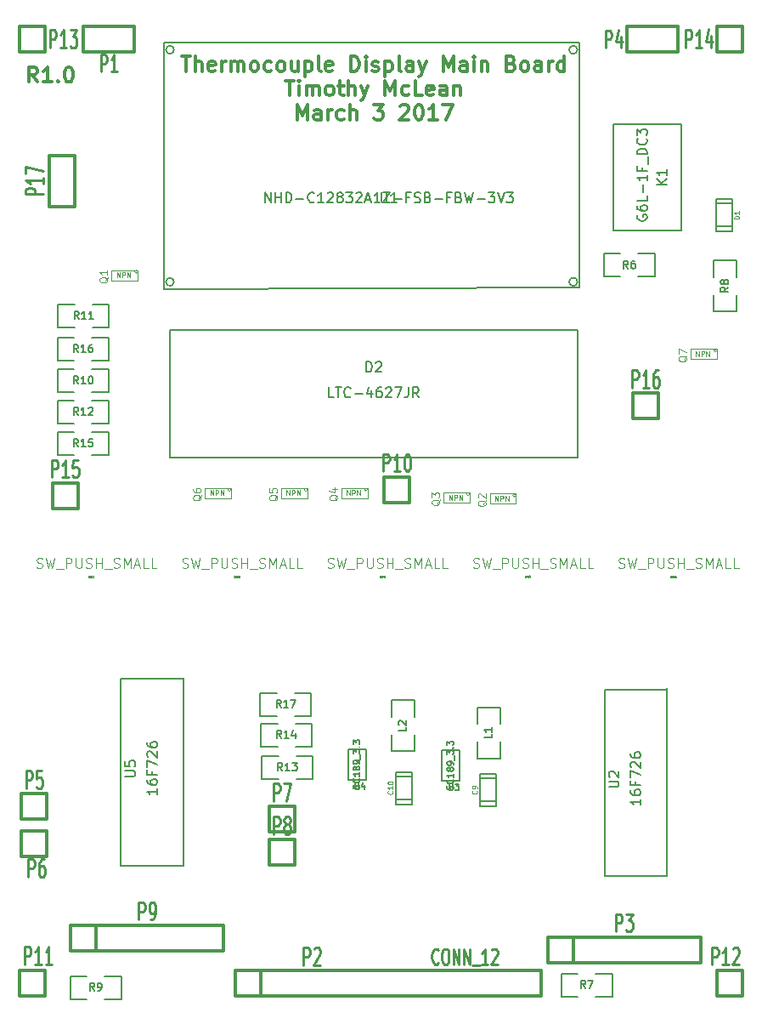
<source format=gto>
G04 (created by PCBNEW (2013-07-07 BZR 4022)-stable) date 06/03/2017 2:17:35 PM*
%MOIN*%
G04 Gerber Fmt 3.4, Leading zero omitted, Abs format*
%FSLAX34Y34*%
G01*
G70*
G90*
G04 APERTURE LIST*
%ADD10C,0.00590551*%
%ADD11C,0.011811*%
%ADD12C,0.0031*%
%ADD13C,0.005*%
%ADD14C,0.012*%
%ADD15C,0.0125*%
%ADD16C,0.0047*%
%ADD17C,0.0039*%
%ADD18C,0.0107*%
%ADD19C,0.01*%
%ADD20C,0.000393701*%
G04 APERTURE END LIST*
G54D10*
G54D11*
X65601Y-42030D02*
X65404Y-41749D01*
X65264Y-42030D02*
X65264Y-41439D01*
X65489Y-41439D01*
X65545Y-41467D01*
X65573Y-41496D01*
X65601Y-41552D01*
X65601Y-41636D01*
X65573Y-41692D01*
X65545Y-41721D01*
X65489Y-41749D01*
X65264Y-41749D01*
X66164Y-42030D02*
X65826Y-42030D01*
X65995Y-42030D02*
X65995Y-41439D01*
X65939Y-41524D01*
X65883Y-41580D01*
X65826Y-41608D01*
X66417Y-41974D02*
X66445Y-42002D01*
X66417Y-42030D01*
X66389Y-42002D01*
X66417Y-41974D01*
X66417Y-42030D01*
X66811Y-41439D02*
X66867Y-41439D01*
X66923Y-41467D01*
X66951Y-41496D01*
X66979Y-41552D01*
X67007Y-41664D01*
X67007Y-41805D01*
X66979Y-41917D01*
X66951Y-41974D01*
X66923Y-42002D01*
X66867Y-42030D01*
X66811Y-42030D01*
X66754Y-42002D01*
X66726Y-41974D01*
X66698Y-41917D01*
X66670Y-41805D01*
X66670Y-41664D01*
X66698Y-41552D01*
X66726Y-41496D01*
X66754Y-41467D01*
X66811Y-41439D01*
X71268Y-41026D02*
X71605Y-41026D01*
X71437Y-41616D02*
X71437Y-41026D01*
X71802Y-41616D02*
X71802Y-41026D01*
X72055Y-41616D02*
X72055Y-41307D01*
X72027Y-41251D01*
X71971Y-41223D01*
X71886Y-41223D01*
X71830Y-41251D01*
X71802Y-41279D01*
X72561Y-41588D02*
X72505Y-41616D01*
X72393Y-41616D01*
X72336Y-41588D01*
X72308Y-41532D01*
X72308Y-41307D01*
X72336Y-41251D01*
X72393Y-41223D01*
X72505Y-41223D01*
X72561Y-41251D01*
X72589Y-41307D01*
X72589Y-41363D01*
X72308Y-41420D01*
X72843Y-41616D02*
X72843Y-41223D01*
X72843Y-41335D02*
X72871Y-41279D01*
X72899Y-41251D01*
X72955Y-41223D01*
X73011Y-41223D01*
X73208Y-41616D02*
X73208Y-41223D01*
X73208Y-41279D02*
X73236Y-41251D01*
X73293Y-41223D01*
X73377Y-41223D01*
X73433Y-41251D01*
X73461Y-41307D01*
X73461Y-41616D01*
X73461Y-41307D02*
X73489Y-41251D01*
X73546Y-41223D01*
X73630Y-41223D01*
X73686Y-41251D01*
X73714Y-41307D01*
X73714Y-41616D01*
X74080Y-41616D02*
X74024Y-41588D01*
X73996Y-41560D01*
X73967Y-41504D01*
X73967Y-41335D01*
X73996Y-41279D01*
X74024Y-41251D01*
X74080Y-41223D01*
X74164Y-41223D01*
X74221Y-41251D01*
X74249Y-41279D01*
X74277Y-41335D01*
X74277Y-41504D01*
X74249Y-41560D01*
X74221Y-41588D01*
X74164Y-41616D01*
X74080Y-41616D01*
X74783Y-41588D02*
X74727Y-41616D01*
X74614Y-41616D01*
X74558Y-41588D01*
X74530Y-41560D01*
X74502Y-41504D01*
X74502Y-41335D01*
X74530Y-41279D01*
X74558Y-41251D01*
X74614Y-41223D01*
X74727Y-41223D01*
X74783Y-41251D01*
X75120Y-41616D02*
X75064Y-41588D01*
X75036Y-41560D01*
X75008Y-41504D01*
X75008Y-41335D01*
X75036Y-41279D01*
X75064Y-41251D01*
X75120Y-41223D01*
X75205Y-41223D01*
X75261Y-41251D01*
X75289Y-41279D01*
X75317Y-41335D01*
X75317Y-41504D01*
X75289Y-41560D01*
X75261Y-41588D01*
X75205Y-41616D01*
X75120Y-41616D01*
X75823Y-41223D02*
X75823Y-41616D01*
X75570Y-41223D02*
X75570Y-41532D01*
X75598Y-41588D01*
X75655Y-41616D01*
X75739Y-41616D01*
X75795Y-41588D01*
X75823Y-41560D01*
X76105Y-41223D02*
X76105Y-41813D01*
X76105Y-41251D02*
X76161Y-41223D01*
X76273Y-41223D01*
X76330Y-41251D01*
X76358Y-41279D01*
X76386Y-41335D01*
X76386Y-41504D01*
X76358Y-41560D01*
X76330Y-41588D01*
X76273Y-41616D01*
X76161Y-41616D01*
X76105Y-41588D01*
X76723Y-41616D02*
X76667Y-41588D01*
X76639Y-41532D01*
X76639Y-41026D01*
X77173Y-41588D02*
X77117Y-41616D01*
X77005Y-41616D01*
X76948Y-41588D01*
X76920Y-41532D01*
X76920Y-41307D01*
X76948Y-41251D01*
X77005Y-41223D01*
X77117Y-41223D01*
X77173Y-41251D01*
X77201Y-41307D01*
X77201Y-41363D01*
X76920Y-41420D01*
X77904Y-41616D02*
X77904Y-41026D01*
X78045Y-41026D01*
X78129Y-41054D01*
X78186Y-41110D01*
X78214Y-41167D01*
X78242Y-41279D01*
X78242Y-41363D01*
X78214Y-41476D01*
X78186Y-41532D01*
X78129Y-41588D01*
X78045Y-41616D01*
X77904Y-41616D01*
X78495Y-41616D02*
X78495Y-41223D01*
X78495Y-41026D02*
X78467Y-41054D01*
X78495Y-41082D01*
X78523Y-41054D01*
X78495Y-41026D01*
X78495Y-41082D01*
X78748Y-41588D02*
X78804Y-41616D01*
X78917Y-41616D01*
X78973Y-41588D01*
X79001Y-41532D01*
X79001Y-41504D01*
X78973Y-41448D01*
X78917Y-41420D01*
X78832Y-41420D01*
X78776Y-41392D01*
X78748Y-41335D01*
X78748Y-41307D01*
X78776Y-41251D01*
X78832Y-41223D01*
X78917Y-41223D01*
X78973Y-41251D01*
X79254Y-41223D02*
X79254Y-41813D01*
X79254Y-41251D02*
X79311Y-41223D01*
X79423Y-41223D01*
X79479Y-41251D01*
X79507Y-41279D01*
X79535Y-41335D01*
X79535Y-41504D01*
X79507Y-41560D01*
X79479Y-41588D01*
X79423Y-41616D01*
X79311Y-41616D01*
X79254Y-41588D01*
X79873Y-41616D02*
X79817Y-41588D01*
X79789Y-41532D01*
X79789Y-41026D01*
X80351Y-41616D02*
X80351Y-41307D01*
X80323Y-41251D01*
X80267Y-41223D01*
X80154Y-41223D01*
X80098Y-41251D01*
X80351Y-41588D02*
X80295Y-41616D01*
X80154Y-41616D01*
X80098Y-41588D01*
X80070Y-41532D01*
X80070Y-41476D01*
X80098Y-41420D01*
X80154Y-41392D01*
X80295Y-41392D01*
X80351Y-41363D01*
X80576Y-41223D02*
X80717Y-41616D01*
X80857Y-41223D02*
X80717Y-41616D01*
X80660Y-41757D01*
X80632Y-41785D01*
X80576Y-41813D01*
X81532Y-41616D02*
X81532Y-41026D01*
X81729Y-41448D01*
X81926Y-41026D01*
X81926Y-41616D01*
X82460Y-41616D02*
X82460Y-41307D01*
X82432Y-41251D01*
X82376Y-41223D01*
X82263Y-41223D01*
X82207Y-41251D01*
X82460Y-41588D02*
X82404Y-41616D01*
X82263Y-41616D01*
X82207Y-41588D01*
X82179Y-41532D01*
X82179Y-41476D01*
X82207Y-41420D01*
X82263Y-41392D01*
X82404Y-41392D01*
X82460Y-41363D01*
X82741Y-41616D02*
X82741Y-41223D01*
X82741Y-41026D02*
X82713Y-41054D01*
X82741Y-41082D01*
X82769Y-41054D01*
X82741Y-41026D01*
X82741Y-41082D01*
X83023Y-41223D02*
X83023Y-41616D01*
X83023Y-41279D02*
X83051Y-41251D01*
X83107Y-41223D01*
X83191Y-41223D01*
X83248Y-41251D01*
X83276Y-41307D01*
X83276Y-41616D01*
X84204Y-41307D02*
X84288Y-41335D01*
X84316Y-41363D01*
X84344Y-41420D01*
X84344Y-41504D01*
X84316Y-41560D01*
X84288Y-41588D01*
X84232Y-41616D01*
X84007Y-41616D01*
X84007Y-41026D01*
X84204Y-41026D01*
X84260Y-41054D01*
X84288Y-41082D01*
X84316Y-41138D01*
X84316Y-41195D01*
X84288Y-41251D01*
X84260Y-41279D01*
X84204Y-41307D01*
X84007Y-41307D01*
X84682Y-41616D02*
X84625Y-41588D01*
X84597Y-41560D01*
X84569Y-41504D01*
X84569Y-41335D01*
X84597Y-41279D01*
X84625Y-41251D01*
X84682Y-41223D01*
X84766Y-41223D01*
X84822Y-41251D01*
X84850Y-41279D01*
X84879Y-41335D01*
X84879Y-41504D01*
X84850Y-41560D01*
X84822Y-41588D01*
X84766Y-41616D01*
X84682Y-41616D01*
X85385Y-41616D02*
X85385Y-41307D01*
X85357Y-41251D01*
X85300Y-41223D01*
X85188Y-41223D01*
X85132Y-41251D01*
X85385Y-41588D02*
X85329Y-41616D01*
X85188Y-41616D01*
X85132Y-41588D01*
X85104Y-41532D01*
X85104Y-41476D01*
X85132Y-41420D01*
X85188Y-41392D01*
X85329Y-41392D01*
X85385Y-41363D01*
X85666Y-41616D02*
X85666Y-41223D01*
X85666Y-41335D02*
X85694Y-41279D01*
X85722Y-41251D01*
X85778Y-41223D01*
X85835Y-41223D01*
X86285Y-41616D02*
X86285Y-41026D01*
X86285Y-41588D02*
X86228Y-41616D01*
X86116Y-41616D01*
X86060Y-41588D01*
X86032Y-41560D01*
X86003Y-41504D01*
X86003Y-41335D01*
X86032Y-41279D01*
X86060Y-41251D01*
X86116Y-41223D01*
X86228Y-41223D01*
X86285Y-41251D01*
X75345Y-41971D02*
X75683Y-41971D01*
X75514Y-42561D02*
X75514Y-41971D01*
X75880Y-42561D02*
X75880Y-42168D01*
X75880Y-41971D02*
X75852Y-41999D01*
X75880Y-42027D01*
X75908Y-41999D01*
X75880Y-41971D01*
X75880Y-42027D01*
X76161Y-42561D02*
X76161Y-42168D01*
X76161Y-42224D02*
X76189Y-42196D01*
X76245Y-42168D01*
X76330Y-42168D01*
X76386Y-42196D01*
X76414Y-42252D01*
X76414Y-42561D01*
X76414Y-42252D02*
X76442Y-42196D01*
X76498Y-42168D01*
X76583Y-42168D01*
X76639Y-42196D01*
X76667Y-42252D01*
X76667Y-42561D01*
X77033Y-42561D02*
X76976Y-42533D01*
X76948Y-42505D01*
X76920Y-42449D01*
X76920Y-42280D01*
X76948Y-42224D01*
X76976Y-42196D01*
X77033Y-42168D01*
X77117Y-42168D01*
X77173Y-42196D01*
X77201Y-42224D01*
X77230Y-42280D01*
X77230Y-42449D01*
X77201Y-42505D01*
X77173Y-42533D01*
X77117Y-42561D01*
X77033Y-42561D01*
X77398Y-42168D02*
X77623Y-42168D01*
X77483Y-41971D02*
X77483Y-42477D01*
X77511Y-42533D01*
X77567Y-42561D01*
X77623Y-42561D01*
X77820Y-42561D02*
X77820Y-41971D01*
X78073Y-42561D02*
X78073Y-42252D01*
X78045Y-42196D01*
X77989Y-42168D01*
X77904Y-42168D01*
X77848Y-42196D01*
X77820Y-42224D01*
X78298Y-42168D02*
X78439Y-42561D01*
X78579Y-42168D02*
X78439Y-42561D01*
X78383Y-42702D01*
X78354Y-42730D01*
X78298Y-42758D01*
X79254Y-42561D02*
X79254Y-41971D01*
X79451Y-42393D01*
X79648Y-41971D01*
X79648Y-42561D01*
X80182Y-42533D02*
X80126Y-42561D01*
X80014Y-42561D01*
X79957Y-42533D01*
X79929Y-42505D01*
X79901Y-42449D01*
X79901Y-42280D01*
X79929Y-42224D01*
X79957Y-42196D01*
X80014Y-42168D01*
X80126Y-42168D01*
X80182Y-42196D01*
X80717Y-42561D02*
X80435Y-42561D01*
X80435Y-41971D01*
X81138Y-42533D02*
X81082Y-42561D01*
X80970Y-42561D01*
X80913Y-42533D01*
X80885Y-42477D01*
X80885Y-42252D01*
X80913Y-42196D01*
X80970Y-42168D01*
X81082Y-42168D01*
X81138Y-42196D01*
X81167Y-42252D01*
X81167Y-42308D01*
X80885Y-42365D01*
X81673Y-42561D02*
X81673Y-42252D01*
X81645Y-42196D01*
X81588Y-42168D01*
X81476Y-42168D01*
X81420Y-42196D01*
X81673Y-42533D02*
X81616Y-42561D01*
X81476Y-42561D01*
X81420Y-42533D01*
X81392Y-42477D01*
X81392Y-42421D01*
X81420Y-42365D01*
X81476Y-42336D01*
X81616Y-42336D01*
X81673Y-42308D01*
X81954Y-42168D02*
X81954Y-42561D01*
X81954Y-42224D02*
X81982Y-42196D01*
X82038Y-42168D01*
X82123Y-42168D01*
X82179Y-42196D01*
X82207Y-42252D01*
X82207Y-42561D01*
X75795Y-43506D02*
X75795Y-42916D01*
X75992Y-43338D01*
X76189Y-42916D01*
X76189Y-43506D01*
X76723Y-43506D02*
X76723Y-43197D01*
X76695Y-43141D01*
X76639Y-43113D01*
X76526Y-43113D01*
X76470Y-43141D01*
X76723Y-43478D02*
X76667Y-43506D01*
X76526Y-43506D01*
X76470Y-43478D01*
X76442Y-43422D01*
X76442Y-43366D01*
X76470Y-43309D01*
X76526Y-43281D01*
X76667Y-43281D01*
X76723Y-43253D01*
X77005Y-43506D02*
X77005Y-43113D01*
X77005Y-43225D02*
X77033Y-43169D01*
X77061Y-43141D01*
X77117Y-43113D01*
X77173Y-43113D01*
X77623Y-43478D02*
X77567Y-43506D01*
X77455Y-43506D01*
X77398Y-43478D01*
X77370Y-43450D01*
X77342Y-43394D01*
X77342Y-43225D01*
X77370Y-43169D01*
X77398Y-43141D01*
X77455Y-43113D01*
X77567Y-43113D01*
X77623Y-43141D01*
X77876Y-43506D02*
X77876Y-42916D01*
X78129Y-43506D02*
X78129Y-43197D01*
X78101Y-43141D01*
X78045Y-43113D01*
X77961Y-43113D01*
X77904Y-43141D01*
X77876Y-43169D01*
X78804Y-42916D02*
X79170Y-42916D01*
X78973Y-43141D01*
X79057Y-43141D01*
X79114Y-43169D01*
X79142Y-43197D01*
X79170Y-43253D01*
X79170Y-43394D01*
X79142Y-43450D01*
X79114Y-43478D01*
X79057Y-43506D01*
X78889Y-43506D01*
X78832Y-43478D01*
X78804Y-43450D01*
X79845Y-42972D02*
X79873Y-42944D01*
X79929Y-42916D01*
X80070Y-42916D01*
X80126Y-42944D01*
X80154Y-42972D01*
X80182Y-43028D01*
X80182Y-43084D01*
X80154Y-43169D01*
X79817Y-43506D01*
X80182Y-43506D01*
X80548Y-42916D02*
X80604Y-42916D01*
X80660Y-42944D01*
X80688Y-42972D01*
X80717Y-43028D01*
X80745Y-43141D01*
X80745Y-43281D01*
X80717Y-43394D01*
X80688Y-43450D01*
X80660Y-43478D01*
X80604Y-43506D01*
X80548Y-43506D01*
X80492Y-43478D01*
X80464Y-43450D01*
X80435Y-43394D01*
X80407Y-43281D01*
X80407Y-43141D01*
X80435Y-43028D01*
X80464Y-42972D01*
X80492Y-42944D01*
X80548Y-42916D01*
X81307Y-43506D02*
X80970Y-43506D01*
X81138Y-43506D02*
X81138Y-42916D01*
X81082Y-43000D01*
X81026Y-43056D01*
X80970Y-43084D01*
X81504Y-42916D02*
X81898Y-42916D01*
X81645Y-43506D01*
G54D10*
X90885Y-43681D02*
X90885Y-47854D01*
X90885Y-47854D02*
X88208Y-47854D01*
X88208Y-47854D02*
X88208Y-43681D01*
X88208Y-43681D02*
X90885Y-43681D01*
G54D12*
X73202Y-58011D02*
G75*
G03X73202Y-58011I-62J0D01*
G74*
G01*
X72177Y-58349D02*
X72177Y-57949D01*
X73202Y-58349D02*
X73202Y-57949D01*
X72177Y-57949D02*
X73202Y-57949D01*
X73202Y-58349D02*
X72177Y-58349D01*
X76194Y-58011D02*
G75*
G03X76194Y-58011I-62J0D01*
G74*
G01*
X75169Y-58349D02*
X75169Y-57949D01*
X76194Y-58349D02*
X76194Y-57949D01*
X75169Y-57949D02*
X76194Y-57949D01*
X76194Y-58349D02*
X75169Y-58349D01*
X78557Y-58011D02*
G75*
G03X78557Y-58011I-62J0D01*
G74*
G01*
X77531Y-58349D02*
X77531Y-57949D01*
X78556Y-58349D02*
X78556Y-57949D01*
X77531Y-57949D02*
X78556Y-57949D01*
X78556Y-58349D02*
X77531Y-58349D01*
X82572Y-58188D02*
G75*
G03X82572Y-58188I-62J0D01*
G74*
G01*
X81547Y-58526D02*
X81547Y-58126D01*
X82572Y-58526D02*
X82572Y-58126D01*
X81547Y-58126D02*
X82572Y-58126D01*
X82572Y-58526D02*
X81547Y-58526D01*
X84383Y-58228D02*
G75*
G03X84383Y-58228I-62J0D01*
G74*
G01*
X83358Y-58566D02*
X83358Y-58166D01*
X84383Y-58566D02*
X84383Y-58166D01*
X83358Y-58166D02*
X84383Y-58166D01*
X84383Y-58566D02*
X83358Y-58566D01*
X69541Y-49468D02*
G75*
G03X69541Y-49468I-62J0D01*
G74*
G01*
X68515Y-49806D02*
X68515Y-49406D01*
X69540Y-49806D02*
X69540Y-49406D01*
X68515Y-49406D02*
X69540Y-49406D01*
X69540Y-49806D02*
X68515Y-49806D01*
G54D13*
X68421Y-51650D02*
X68421Y-50750D01*
X68421Y-50750D02*
X67771Y-50750D01*
X67071Y-51650D02*
X66421Y-51650D01*
X66421Y-51650D02*
X66421Y-50750D01*
X66421Y-50750D02*
X67071Y-50750D01*
X67771Y-51650D02*
X68421Y-51650D01*
X92148Y-51019D02*
X93048Y-51019D01*
X93048Y-51019D02*
X93048Y-50369D01*
X92148Y-49669D02*
X92148Y-49019D01*
X92148Y-49019D02*
X93048Y-49019D01*
X93048Y-49019D02*
X93048Y-49669D01*
X92148Y-50369D02*
X92148Y-51019D01*
X68893Y-77969D02*
X68893Y-77069D01*
X68893Y-77069D02*
X68243Y-77069D01*
X67543Y-77969D02*
X66893Y-77969D01*
X66893Y-77969D02*
X66893Y-77069D01*
X66893Y-77069D02*
X67543Y-77069D01*
X68243Y-77969D02*
X68893Y-77969D01*
X68401Y-54190D02*
X68401Y-53290D01*
X68401Y-53290D02*
X67751Y-53290D01*
X67051Y-54190D02*
X66401Y-54190D01*
X66401Y-54190D02*
X66401Y-53290D01*
X66401Y-53290D02*
X67051Y-53290D01*
X67751Y-54190D02*
X68401Y-54190D01*
X87838Y-48762D02*
X87838Y-49662D01*
X87838Y-49662D02*
X88488Y-49662D01*
X89188Y-48762D02*
X89838Y-48762D01*
X89838Y-48762D02*
X89838Y-49662D01*
X89838Y-49662D02*
X89188Y-49662D01*
X88488Y-48762D02*
X87838Y-48762D01*
X76413Y-69347D02*
X76413Y-68447D01*
X76413Y-68447D02*
X75763Y-68447D01*
X75063Y-69347D02*
X74413Y-69347D01*
X74413Y-69347D02*
X74413Y-68447D01*
X74413Y-68447D02*
X75063Y-68447D01*
X75763Y-69347D02*
X76413Y-69347D01*
X76374Y-68068D02*
X76374Y-67168D01*
X76374Y-67168D02*
X75724Y-67168D01*
X75024Y-68068D02*
X74374Y-68068D01*
X74374Y-68068D02*
X74374Y-67168D01*
X74374Y-67168D02*
X75024Y-67168D01*
X75724Y-68068D02*
X76374Y-68068D01*
X88165Y-77871D02*
X88165Y-76971D01*
X88165Y-76971D02*
X87515Y-76971D01*
X86815Y-77871D02*
X86165Y-77871D01*
X86165Y-77871D02*
X86165Y-76971D01*
X86165Y-76971D02*
X86815Y-76971D01*
X87515Y-77871D02*
X88165Y-77871D01*
X68401Y-56650D02*
X68401Y-55750D01*
X68401Y-55750D02*
X67751Y-55750D01*
X67051Y-56650D02*
X66401Y-56650D01*
X66401Y-56650D02*
X66401Y-55750D01*
X66401Y-55750D02*
X67051Y-55750D01*
X67751Y-56650D02*
X68401Y-56650D01*
X68401Y-52950D02*
X68401Y-52050D01*
X68401Y-52050D02*
X67751Y-52050D01*
X67051Y-52950D02*
X66401Y-52950D01*
X66401Y-52950D02*
X66401Y-52050D01*
X66401Y-52050D02*
X67051Y-52050D01*
X67751Y-52950D02*
X68401Y-52950D01*
X76354Y-66867D02*
X76354Y-65967D01*
X76354Y-65967D02*
X75704Y-65967D01*
X75004Y-66867D02*
X74354Y-66867D01*
X74354Y-66867D02*
X74354Y-65967D01*
X74354Y-65967D02*
X75004Y-65967D01*
X75704Y-66867D02*
X76354Y-66867D01*
X83757Y-66539D02*
X82857Y-66539D01*
X82857Y-66539D02*
X82857Y-67189D01*
X83757Y-67889D02*
X83757Y-68539D01*
X83757Y-68539D02*
X82857Y-68539D01*
X82857Y-68539D02*
X82857Y-67889D01*
X83757Y-67189D02*
X83757Y-66539D01*
X68401Y-55410D02*
X68401Y-54510D01*
X68401Y-54510D02*
X67751Y-54510D01*
X67051Y-55410D02*
X66401Y-55410D01*
X66401Y-55410D02*
X66401Y-54510D01*
X66401Y-54510D02*
X67051Y-54510D01*
X67751Y-55410D02*
X68401Y-55410D01*
X80390Y-66263D02*
X79490Y-66263D01*
X79490Y-66263D02*
X79490Y-66913D01*
X80390Y-67613D02*
X80390Y-68263D01*
X80390Y-68263D02*
X79490Y-68263D01*
X79490Y-68263D02*
X79490Y-67613D01*
X80390Y-66913D02*
X80390Y-66263D01*
G54D14*
X66901Y-76090D02*
X66901Y-75090D01*
X66901Y-75090D02*
X72901Y-75090D01*
X72901Y-75090D02*
X72901Y-76090D01*
X72901Y-76090D02*
X66901Y-76090D01*
X67901Y-76090D02*
X67901Y-75090D01*
X85622Y-76543D02*
X85622Y-75543D01*
X85622Y-75543D02*
X91622Y-75543D01*
X91622Y-75543D02*
X91622Y-76543D01*
X91622Y-76543D02*
X85622Y-76543D01*
X86622Y-76543D02*
X86622Y-75543D01*
X88724Y-40834D02*
X88724Y-39834D01*
X88724Y-39834D02*
X90724Y-39834D01*
X90724Y-39834D02*
X90724Y-40834D01*
X90724Y-40834D02*
X88724Y-40834D01*
X69405Y-39854D02*
X69405Y-40854D01*
X69405Y-40854D02*
X67405Y-40854D01*
X67405Y-40854D02*
X67405Y-39854D01*
X67405Y-39854D02*
X69405Y-39854D01*
X73370Y-77862D02*
X73370Y-77862D01*
X73370Y-77862D02*
X73370Y-76862D01*
X73370Y-76862D02*
X83370Y-76862D01*
X83370Y-77862D02*
X73370Y-77862D01*
X74370Y-77862D02*
X74370Y-76862D01*
X83370Y-76862D02*
X85120Y-76862D01*
X85120Y-76862D02*
X85370Y-76862D01*
X85370Y-76862D02*
X85370Y-77862D01*
X85370Y-77862D02*
X83370Y-77862D01*
G54D15*
X74696Y-71425D02*
X75696Y-71425D01*
X74696Y-70425D02*
X75696Y-70425D01*
G54D14*
X74696Y-71425D02*
X74696Y-70425D01*
X75696Y-70425D02*
X75696Y-71425D01*
G54D15*
X64972Y-72389D02*
X65972Y-72389D01*
X64972Y-71389D02*
X65972Y-71389D01*
G54D14*
X64972Y-72389D02*
X64972Y-71389D01*
X65972Y-71389D02*
X65972Y-72389D01*
G54D15*
X74696Y-72724D02*
X75696Y-72724D01*
X74696Y-71724D02*
X75696Y-71724D01*
G54D14*
X74696Y-72724D02*
X74696Y-71724D01*
X75696Y-71724D02*
X75696Y-72724D01*
G54D15*
X64972Y-70933D02*
X65972Y-70933D01*
X64972Y-69933D02*
X65972Y-69933D01*
G54D14*
X64972Y-70933D02*
X64972Y-69933D01*
X65972Y-69933D02*
X65972Y-70933D01*
G54D10*
X90303Y-65799D02*
X90303Y-73149D01*
X90303Y-73149D02*
X87862Y-73149D01*
X87862Y-73149D02*
X87862Y-65842D01*
X87862Y-65842D02*
X90303Y-65842D01*
X71326Y-65385D02*
X71326Y-72736D01*
X71326Y-72736D02*
X68885Y-72736D01*
X68885Y-72736D02*
X68885Y-65429D01*
X68885Y-65429D02*
X71326Y-65429D01*
X70570Y-40531D02*
X70570Y-50137D01*
X70570Y-50137D02*
X86870Y-50098D01*
X86870Y-50098D02*
X86870Y-40492D01*
X86870Y-40492D02*
X70570Y-40492D01*
X70964Y-49862D02*
G75*
G03X70964Y-49862I-157J0D01*
G74*
G01*
X70964Y-40767D02*
G75*
G03X70964Y-40767I-157J0D01*
G74*
G01*
X86796Y-40767D02*
G75*
G03X86796Y-40767I-162J0D01*
G74*
G01*
X86796Y-49862D02*
G75*
G03X86796Y-49862I-162J0D01*
G74*
G01*
X70799Y-56759D02*
X86799Y-56759D01*
X86799Y-56759D02*
X86799Y-51759D01*
X86799Y-51759D02*
X70799Y-51759D01*
X70799Y-51759D02*
X70799Y-56759D01*
G54D13*
X83607Y-69333D02*
X82967Y-69333D01*
X82967Y-70233D02*
X83607Y-70233D01*
X82967Y-70413D02*
X83607Y-70413D01*
X83607Y-70413D02*
X83607Y-69153D01*
X83607Y-69153D02*
X82967Y-69153D01*
X82967Y-69153D02*
X82967Y-70413D01*
X80300Y-69254D02*
X79660Y-69254D01*
X79660Y-70154D02*
X80300Y-70154D01*
X79660Y-70334D02*
X80300Y-70334D01*
X80300Y-70334D02*
X80300Y-69074D01*
X80300Y-69074D02*
X79660Y-69074D01*
X79660Y-69074D02*
X79660Y-70334D01*
X92239Y-47694D02*
X92879Y-47694D01*
X92879Y-46794D02*
X92239Y-46794D01*
X92879Y-46614D02*
X92239Y-46614D01*
X92239Y-46614D02*
X92239Y-47874D01*
X92239Y-47874D02*
X92879Y-47874D01*
X92879Y-47874D02*
X92879Y-46614D01*
G54D15*
X79204Y-58511D02*
X80204Y-58511D01*
X79204Y-57511D02*
X80204Y-57511D01*
G54D14*
X79204Y-58511D02*
X79204Y-57511D01*
X80204Y-57511D02*
X80204Y-58511D01*
G54D15*
X64913Y-77842D02*
X65913Y-77842D01*
X64913Y-76842D02*
X65913Y-76842D01*
G54D14*
X64913Y-77842D02*
X64913Y-76842D01*
X65913Y-76842D02*
X65913Y-77842D01*
G54D15*
X92275Y-77842D02*
X93275Y-77842D01*
X92275Y-76842D02*
X93275Y-76842D01*
G54D14*
X92275Y-77842D02*
X92275Y-76842D01*
X93275Y-76842D02*
X93275Y-77842D01*
G54D15*
X64913Y-40834D02*
X65913Y-40834D01*
X64913Y-39834D02*
X65913Y-39834D01*
G54D14*
X64913Y-40834D02*
X64913Y-39834D01*
X65913Y-39834D02*
X65913Y-40834D01*
G54D15*
X92275Y-40834D02*
X93275Y-40834D01*
X92275Y-39834D02*
X93275Y-39834D01*
G54D14*
X92275Y-40834D02*
X92275Y-39834D01*
X93275Y-39834D02*
X93275Y-40834D01*
G54D15*
X66192Y-58748D02*
X67192Y-58748D01*
X66192Y-57748D02*
X67192Y-57748D01*
G54D14*
X66192Y-58748D02*
X66192Y-57748D01*
X67192Y-57748D02*
X67192Y-58748D01*
G54D15*
X88968Y-55224D02*
X89968Y-55224D01*
X88968Y-54224D02*
X89968Y-54224D01*
G54D14*
X88968Y-55224D02*
X88968Y-54224D01*
X89968Y-54224D02*
X89968Y-55224D01*
G54D13*
X82180Y-69418D02*
X81480Y-69418D01*
X81480Y-69418D02*
X81480Y-68218D01*
X81480Y-68218D02*
X82180Y-68218D01*
X82180Y-68218D02*
X82180Y-69418D01*
X78499Y-69379D02*
X77799Y-69379D01*
X77799Y-69379D02*
X77799Y-68179D01*
X77799Y-68179D02*
X78499Y-68179D01*
X78499Y-68179D02*
X78499Y-69379D01*
G54D14*
X67055Y-46905D02*
X66055Y-46905D01*
X66055Y-46905D02*
X66055Y-44905D01*
X66055Y-44905D02*
X67055Y-44905D01*
X67055Y-44905D02*
X67055Y-46905D01*
G54D12*
X92257Y-52558D02*
G75*
G03X92257Y-52558I-62J0D01*
G74*
G01*
X91232Y-52896D02*
X91232Y-52496D01*
X92257Y-52896D02*
X92257Y-52496D01*
X91232Y-52496D02*
X92257Y-52496D01*
X92257Y-52896D02*
X91232Y-52896D01*
G54D10*
X90297Y-46058D02*
X89903Y-46058D01*
X90297Y-45833D02*
X90072Y-46002D01*
X89903Y-45833D02*
X90128Y-46058D01*
X90297Y-45458D02*
X90297Y-45683D01*
X90297Y-45570D02*
X89903Y-45570D01*
X89959Y-45608D01*
X89997Y-45645D01*
X90015Y-45683D01*
X89154Y-47244D02*
X89135Y-47281D01*
X89135Y-47337D01*
X89154Y-47394D01*
X89191Y-47431D01*
X89229Y-47450D01*
X89304Y-47469D01*
X89360Y-47469D01*
X89435Y-47450D01*
X89473Y-47431D01*
X89510Y-47394D01*
X89529Y-47337D01*
X89529Y-47300D01*
X89510Y-47244D01*
X89491Y-47225D01*
X89360Y-47225D01*
X89360Y-47300D01*
X89135Y-46887D02*
X89135Y-46962D01*
X89154Y-47000D01*
X89173Y-47019D01*
X89229Y-47056D01*
X89304Y-47075D01*
X89454Y-47075D01*
X89491Y-47056D01*
X89510Y-47037D01*
X89529Y-47000D01*
X89529Y-46925D01*
X89510Y-46887D01*
X89491Y-46869D01*
X89454Y-46850D01*
X89360Y-46850D01*
X89323Y-46869D01*
X89304Y-46887D01*
X89285Y-46925D01*
X89285Y-47000D01*
X89304Y-47037D01*
X89323Y-47056D01*
X89360Y-47075D01*
X89529Y-46494D02*
X89529Y-46681D01*
X89135Y-46681D01*
X89379Y-46362D02*
X89379Y-46062D01*
X89529Y-45669D02*
X89529Y-45894D01*
X89529Y-45781D02*
X89135Y-45781D01*
X89191Y-45819D01*
X89229Y-45856D01*
X89248Y-45894D01*
X89323Y-45369D02*
X89323Y-45500D01*
X89529Y-45500D02*
X89135Y-45500D01*
X89135Y-45313D01*
X89566Y-45256D02*
X89566Y-44956D01*
X89529Y-44863D02*
X89135Y-44863D01*
X89135Y-44769D01*
X89154Y-44713D01*
X89191Y-44675D01*
X89229Y-44656D01*
X89304Y-44638D01*
X89360Y-44638D01*
X89435Y-44656D01*
X89473Y-44675D01*
X89510Y-44713D01*
X89529Y-44769D01*
X89529Y-44863D01*
X89491Y-44244D02*
X89510Y-44263D01*
X89529Y-44319D01*
X89529Y-44356D01*
X89510Y-44413D01*
X89473Y-44450D01*
X89435Y-44469D01*
X89360Y-44488D01*
X89304Y-44488D01*
X89229Y-44469D01*
X89191Y-44450D01*
X89154Y-44413D01*
X89135Y-44356D01*
X89135Y-44319D01*
X89154Y-44263D01*
X89173Y-44244D01*
X89135Y-44113D02*
X89135Y-43869D01*
X89285Y-44000D01*
X89285Y-43944D01*
X89304Y-43907D01*
X89323Y-43888D01*
X89360Y-43869D01*
X89454Y-43869D01*
X89491Y-43888D01*
X89510Y-43907D01*
X89529Y-43944D01*
X89529Y-44056D01*
X89510Y-44094D01*
X89491Y-44113D01*
G54D16*
X72040Y-58217D02*
X72025Y-58245D01*
X71997Y-58274D01*
X71954Y-58317D01*
X71940Y-58345D01*
X71940Y-58374D01*
X72011Y-58360D02*
X71997Y-58388D01*
X71968Y-58417D01*
X71911Y-58431D01*
X71811Y-58431D01*
X71754Y-58417D01*
X71725Y-58388D01*
X71711Y-58360D01*
X71711Y-58302D01*
X71725Y-58274D01*
X71754Y-58245D01*
X71811Y-58231D01*
X71911Y-58231D01*
X71968Y-58245D01*
X71997Y-58274D01*
X72011Y-58302D01*
X72011Y-58360D01*
X71711Y-57974D02*
X71711Y-58031D01*
X71725Y-58060D01*
X71740Y-58074D01*
X71783Y-58102D01*
X71840Y-58117D01*
X71954Y-58117D01*
X71983Y-58102D01*
X71997Y-58088D01*
X72011Y-58060D01*
X72011Y-58002D01*
X71997Y-57974D01*
X71983Y-57960D01*
X71954Y-57945D01*
X71883Y-57945D01*
X71854Y-57960D01*
X71840Y-57974D01*
X71825Y-58002D01*
X71825Y-58060D01*
X71840Y-58088D01*
X71854Y-58102D01*
X71883Y-58117D01*
G54D17*
X72394Y-58229D02*
X72394Y-58032D01*
X72506Y-58229D01*
X72506Y-58032D01*
X72600Y-58229D02*
X72600Y-58032D01*
X72675Y-58032D01*
X72694Y-58041D01*
X72703Y-58051D01*
X72713Y-58069D01*
X72713Y-58098D01*
X72703Y-58116D01*
X72694Y-58126D01*
X72675Y-58135D01*
X72600Y-58135D01*
X72797Y-58229D02*
X72797Y-58032D01*
X72910Y-58229D01*
X72910Y-58032D01*
G54D16*
X75032Y-58217D02*
X75018Y-58245D01*
X74989Y-58274D01*
X74946Y-58317D01*
X74932Y-58345D01*
X74932Y-58374D01*
X75003Y-58360D02*
X74989Y-58388D01*
X74960Y-58417D01*
X74903Y-58431D01*
X74803Y-58431D01*
X74746Y-58417D01*
X74718Y-58388D01*
X74703Y-58360D01*
X74703Y-58302D01*
X74718Y-58274D01*
X74746Y-58245D01*
X74803Y-58231D01*
X74903Y-58231D01*
X74960Y-58245D01*
X74989Y-58274D01*
X75003Y-58302D01*
X75003Y-58360D01*
X74703Y-57960D02*
X74703Y-58102D01*
X74846Y-58117D01*
X74832Y-58102D01*
X74818Y-58074D01*
X74818Y-58002D01*
X74832Y-57974D01*
X74846Y-57960D01*
X74875Y-57945D01*
X74946Y-57945D01*
X74975Y-57960D01*
X74989Y-57974D01*
X75003Y-58002D01*
X75003Y-58074D01*
X74989Y-58102D01*
X74975Y-58117D01*
G54D17*
X75386Y-58229D02*
X75386Y-58032D01*
X75498Y-58229D01*
X75498Y-58032D01*
X75592Y-58229D02*
X75592Y-58032D01*
X75667Y-58032D01*
X75686Y-58041D01*
X75695Y-58051D01*
X75705Y-58069D01*
X75705Y-58098D01*
X75695Y-58116D01*
X75686Y-58126D01*
X75667Y-58135D01*
X75592Y-58135D01*
X75789Y-58229D02*
X75789Y-58032D01*
X75902Y-58229D01*
X75902Y-58032D01*
G54D16*
X77394Y-58217D02*
X77380Y-58245D01*
X77351Y-58274D01*
X77308Y-58317D01*
X77294Y-58345D01*
X77294Y-58374D01*
X77365Y-58360D02*
X77351Y-58388D01*
X77323Y-58417D01*
X77265Y-58431D01*
X77165Y-58431D01*
X77108Y-58417D01*
X77080Y-58388D01*
X77065Y-58360D01*
X77065Y-58302D01*
X77080Y-58274D01*
X77108Y-58245D01*
X77165Y-58231D01*
X77265Y-58231D01*
X77323Y-58245D01*
X77351Y-58274D01*
X77365Y-58302D01*
X77365Y-58360D01*
X77165Y-57974D02*
X77365Y-57974D01*
X77051Y-58045D02*
X77265Y-58117D01*
X77265Y-57931D01*
G54D17*
X77748Y-58229D02*
X77748Y-58032D01*
X77861Y-58229D01*
X77861Y-58032D01*
X77954Y-58229D02*
X77954Y-58032D01*
X78029Y-58032D01*
X78048Y-58041D01*
X78058Y-58051D01*
X78067Y-58069D01*
X78067Y-58098D01*
X78058Y-58116D01*
X78048Y-58126D01*
X78029Y-58135D01*
X77954Y-58135D01*
X78151Y-58229D02*
X78151Y-58032D01*
X78264Y-58229D01*
X78264Y-58032D01*
G54D16*
X81410Y-58394D02*
X81395Y-58422D01*
X81367Y-58451D01*
X81324Y-58494D01*
X81310Y-58522D01*
X81310Y-58551D01*
X81381Y-58537D02*
X81367Y-58565D01*
X81338Y-58594D01*
X81281Y-58608D01*
X81181Y-58608D01*
X81124Y-58594D01*
X81095Y-58565D01*
X81081Y-58537D01*
X81081Y-58480D01*
X81095Y-58451D01*
X81124Y-58422D01*
X81181Y-58408D01*
X81281Y-58408D01*
X81338Y-58422D01*
X81367Y-58451D01*
X81381Y-58480D01*
X81381Y-58537D01*
X81081Y-58308D02*
X81081Y-58122D01*
X81195Y-58222D01*
X81195Y-58180D01*
X81210Y-58151D01*
X81224Y-58137D01*
X81253Y-58122D01*
X81324Y-58122D01*
X81353Y-58137D01*
X81367Y-58151D01*
X81381Y-58180D01*
X81381Y-58265D01*
X81367Y-58294D01*
X81353Y-58308D01*
G54D17*
X81764Y-58406D02*
X81764Y-58209D01*
X81876Y-58406D01*
X81876Y-58209D01*
X81970Y-58406D02*
X81970Y-58209D01*
X82045Y-58209D01*
X82064Y-58218D01*
X82073Y-58228D01*
X82083Y-58247D01*
X82083Y-58275D01*
X82073Y-58293D01*
X82064Y-58303D01*
X82045Y-58312D01*
X81970Y-58312D01*
X82167Y-58406D02*
X82167Y-58209D01*
X82280Y-58406D01*
X82280Y-58209D01*
G54D16*
X83221Y-58433D02*
X83206Y-58462D01*
X83178Y-58490D01*
X83135Y-58533D01*
X83121Y-58562D01*
X83121Y-58590D01*
X83192Y-58576D02*
X83178Y-58605D01*
X83149Y-58633D01*
X83092Y-58647D01*
X82992Y-58647D01*
X82935Y-58633D01*
X82906Y-58605D01*
X82892Y-58576D01*
X82892Y-58519D01*
X82906Y-58490D01*
X82935Y-58462D01*
X82992Y-58447D01*
X83092Y-58447D01*
X83149Y-58462D01*
X83178Y-58490D01*
X83192Y-58519D01*
X83192Y-58576D01*
X82921Y-58333D02*
X82906Y-58319D01*
X82892Y-58290D01*
X82892Y-58219D01*
X82906Y-58190D01*
X82921Y-58176D01*
X82949Y-58162D01*
X82978Y-58162D01*
X83021Y-58176D01*
X83192Y-58347D01*
X83192Y-58162D01*
G54D17*
X83575Y-58445D02*
X83575Y-58248D01*
X83687Y-58445D01*
X83687Y-58248D01*
X83781Y-58445D02*
X83781Y-58248D01*
X83856Y-58248D01*
X83875Y-58258D01*
X83884Y-58267D01*
X83894Y-58286D01*
X83894Y-58314D01*
X83884Y-58333D01*
X83875Y-58342D01*
X83856Y-58352D01*
X83781Y-58352D01*
X83978Y-58445D02*
X83978Y-58248D01*
X84091Y-58445D01*
X84091Y-58248D01*
G54D16*
X68378Y-49673D02*
X68364Y-49702D01*
X68335Y-49731D01*
X68293Y-49773D01*
X68278Y-49802D01*
X68278Y-49831D01*
X68350Y-49816D02*
X68335Y-49845D01*
X68307Y-49873D01*
X68250Y-49888D01*
X68150Y-49888D01*
X68093Y-49873D01*
X68064Y-49845D01*
X68050Y-49816D01*
X68050Y-49759D01*
X68064Y-49731D01*
X68093Y-49702D01*
X68150Y-49688D01*
X68250Y-49688D01*
X68307Y-49702D01*
X68335Y-49731D01*
X68350Y-49759D01*
X68350Y-49816D01*
X68350Y-49402D02*
X68350Y-49573D01*
X68350Y-49488D02*
X68050Y-49488D01*
X68093Y-49516D01*
X68121Y-49545D01*
X68135Y-49573D01*
G54D17*
X68732Y-49686D02*
X68732Y-49489D01*
X68845Y-49686D01*
X68845Y-49489D01*
X68939Y-49686D02*
X68939Y-49489D01*
X69014Y-49489D01*
X69032Y-49498D01*
X69042Y-49507D01*
X69051Y-49526D01*
X69051Y-49554D01*
X69042Y-49573D01*
X69032Y-49582D01*
X69014Y-49592D01*
X68939Y-49592D01*
X69136Y-49686D02*
X69136Y-49489D01*
X69248Y-49686D01*
X69248Y-49489D01*
G54D13*
X67228Y-51322D02*
X67128Y-51179D01*
X67056Y-51322D02*
X67056Y-51022D01*
X67171Y-51022D01*
X67199Y-51036D01*
X67214Y-51050D01*
X67228Y-51079D01*
X67228Y-51122D01*
X67214Y-51150D01*
X67199Y-51165D01*
X67171Y-51179D01*
X67056Y-51179D01*
X67514Y-51322D02*
X67342Y-51322D01*
X67428Y-51322D02*
X67428Y-51022D01*
X67399Y-51065D01*
X67371Y-51093D01*
X67342Y-51107D01*
X67799Y-51322D02*
X67628Y-51322D01*
X67714Y-51322D02*
X67714Y-51022D01*
X67685Y-51065D01*
X67656Y-51093D01*
X67628Y-51107D01*
X92719Y-50069D02*
X92576Y-50169D01*
X92719Y-50241D02*
X92419Y-50241D01*
X92419Y-50126D01*
X92434Y-50098D01*
X92448Y-50083D01*
X92476Y-50069D01*
X92519Y-50069D01*
X92548Y-50083D01*
X92562Y-50098D01*
X92576Y-50126D01*
X92576Y-50241D01*
X92548Y-49898D02*
X92534Y-49926D01*
X92519Y-49941D01*
X92491Y-49955D01*
X92476Y-49955D01*
X92448Y-49941D01*
X92434Y-49926D01*
X92419Y-49898D01*
X92419Y-49841D01*
X92434Y-49812D01*
X92448Y-49798D01*
X92476Y-49783D01*
X92491Y-49783D01*
X92519Y-49798D01*
X92534Y-49812D01*
X92548Y-49841D01*
X92548Y-49898D01*
X92562Y-49926D01*
X92576Y-49941D01*
X92605Y-49955D01*
X92662Y-49955D01*
X92691Y-49941D01*
X92705Y-49926D01*
X92719Y-49898D01*
X92719Y-49841D01*
X92705Y-49812D01*
X92691Y-49798D01*
X92662Y-49783D01*
X92605Y-49783D01*
X92576Y-49798D01*
X92562Y-49812D01*
X92548Y-49841D01*
X67843Y-77641D02*
X67743Y-77498D01*
X67672Y-77641D02*
X67672Y-77341D01*
X67786Y-77341D01*
X67815Y-77355D01*
X67829Y-77369D01*
X67843Y-77398D01*
X67843Y-77441D01*
X67829Y-77469D01*
X67815Y-77483D01*
X67786Y-77498D01*
X67672Y-77498D01*
X67986Y-77641D02*
X68043Y-77641D01*
X68072Y-77626D01*
X68086Y-77612D01*
X68115Y-77569D01*
X68129Y-77512D01*
X68129Y-77398D01*
X68115Y-77369D01*
X68100Y-77355D01*
X68072Y-77341D01*
X68015Y-77341D01*
X67986Y-77355D01*
X67972Y-77369D01*
X67957Y-77398D01*
X67957Y-77469D01*
X67972Y-77498D01*
X67986Y-77512D01*
X68015Y-77526D01*
X68072Y-77526D01*
X68100Y-77512D01*
X68115Y-77498D01*
X68129Y-77469D01*
X67208Y-53861D02*
X67108Y-53718D01*
X67037Y-53861D02*
X67037Y-53561D01*
X67151Y-53561D01*
X67180Y-53575D01*
X67194Y-53590D01*
X67208Y-53618D01*
X67208Y-53661D01*
X67194Y-53690D01*
X67180Y-53704D01*
X67151Y-53718D01*
X67037Y-53718D01*
X67494Y-53861D02*
X67323Y-53861D01*
X67408Y-53861D02*
X67408Y-53561D01*
X67380Y-53604D01*
X67351Y-53633D01*
X67323Y-53647D01*
X67680Y-53561D02*
X67708Y-53561D01*
X67737Y-53575D01*
X67751Y-53590D01*
X67765Y-53618D01*
X67780Y-53675D01*
X67780Y-53747D01*
X67765Y-53804D01*
X67751Y-53833D01*
X67737Y-53847D01*
X67708Y-53861D01*
X67680Y-53861D01*
X67651Y-53847D01*
X67637Y-53833D01*
X67623Y-53804D01*
X67608Y-53747D01*
X67608Y-53675D01*
X67623Y-53618D01*
X67637Y-53590D01*
X67651Y-53575D01*
X67680Y-53561D01*
X88788Y-49334D02*
X88688Y-49191D01*
X88617Y-49334D02*
X88617Y-49034D01*
X88731Y-49034D01*
X88760Y-49048D01*
X88774Y-49062D01*
X88788Y-49091D01*
X88788Y-49134D01*
X88774Y-49162D01*
X88760Y-49176D01*
X88731Y-49191D01*
X88617Y-49191D01*
X89045Y-49034D02*
X88988Y-49034D01*
X88960Y-49048D01*
X88945Y-49062D01*
X88917Y-49105D01*
X88902Y-49162D01*
X88902Y-49276D01*
X88917Y-49305D01*
X88931Y-49319D01*
X88960Y-49334D01*
X89017Y-49334D01*
X89045Y-49319D01*
X89060Y-49305D01*
X89074Y-49276D01*
X89074Y-49205D01*
X89060Y-49176D01*
X89045Y-49162D01*
X89017Y-49148D01*
X88960Y-49148D01*
X88931Y-49162D01*
X88917Y-49176D01*
X88902Y-49205D01*
X75220Y-69019D02*
X75120Y-68876D01*
X75049Y-69019D02*
X75049Y-68719D01*
X75163Y-68719D01*
X75191Y-68733D01*
X75206Y-68747D01*
X75220Y-68776D01*
X75220Y-68819D01*
X75206Y-68847D01*
X75191Y-68861D01*
X75163Y-68876D01*
X75049Y-68876D01*
X75506Y-69019D02*
X75334Y-69019D01*
X75420Y-69019D02*
X75420Y-68719D01*
X75391Y-68761D01*
X75363Y-68790D01*
X75334Y-68804D01*
X75606Y-68719D02*
X75791Y-68719D01*
X75691Y-68833D01*
X75734Y-68833D01*
X75763Y-68847D01*
X75777Y-68861D01*
X75791Y-68890D01*
X75791Y-68961D01*
X75777Y-68990D01*
X75763Y-69004D01*
X75734Y-69019D01*
X75649Y-69019D01*
X75620Y-69004D01*
X75606Y-68990D01*
X75181Y-67739D02*
X75081Y-67596D01*
X75009Y-67739D02*
X75009Y-67439D01*
X75124Y-67439D01*
X75152Y-67453D01*
X75166Y-67468D01*
X75181Y-67496D01*
X75181Y-67539D01*
X75166Y-67568D01*
X75152Y-67582D01*
X75124Y-67596D01*
X75009Y-67596D01*
X75466Y-67739D02*
X75295Y-67739D01*
X75381Y-67739D02*
X75381Y-67439D01*
X75352Y-67482D01*
X75324Y-67510D01*
X75295Y-67525D01*
X75724Y-67539D02*
X75724Y-67739D01*
X75652Y-67425D02*
X75581Y-67639D01*
X75766Y-67639D01*
X87115Y-77542D02*
X87015Y-77399D01*
X86943Y-77542D02*
X86943Y-77242D01*
X87058Y-77242D01*
X87086Y-77256D01*
X87101Y-77271D01*
X87115Y-77299D01*
X87115Y-77342D01*
X87101Y-77371D01*
X87086Y-77385D01*
X87058Y-77399D01*
X86943Y-77399D01*
X87215Y-77242D02*
X87415Y-77242D01*
X87286Y-77542D01*
X67208Y-56322D02*
X67108Y-56179D01*
X67037Y-56322D02*
X67037Y-56022D01*
X67151Y-56022D01*
X67180Y-56036D01*
X67194Y-56050D01*
X67208Y-56079D01*
X67208Y-56122D01*
X67194Y-56150D01*
X67180Y-56165D01*
X67151Y-56179D01*
X67037Y-56179D01*
X67494Y-56322D02*
X67323Y-56322D01*
X67408Y-56322D02*
X67408Y-56022D01*
X67380Y-56065D01*
X67351Y-56093D01*
X67323Y-56107D01*
X67765Y-56022D02*
X67623Y-56022D01*
X67608Y-56165D01*
X67623Y-56150D01*
X67651Y-56136D01*
X67723Y-56136D01*
X67751Y-56150D01*
X67765Y-56165D01*
X67780Y-56193D01*
X67780Y-56265D01*
X67765Y-56293D01*
X67751Y-56307D01*
X67723Y-56322D01*
X67651Y-56322D01*
X67623Y-56307D01*
X67608Y-56293D01*
X67208Y-52621D02*
X67108Y-52478D01*
X67037Y-52621D02*
X67037Y-52321D01*
X67151Y-52321D01*
X67180Y-52335D01*
X67194Y-52350D01*
X67208Y-52378D01*
X67208Y-52421D01*
X67194Y-52450D01*
X67180Y-52464D01*
X67151Y-52478D01*
X67037Y-52478D01*
X67494Y-52621D02*
X67323Y-52621D01*
X67408Y-52621D02*
X67408Y-52321D01*
X67380Y-52364D01*
X67351Y-52392D01*
X67323Y-52407D01*
X67751Y-52321D02*
X67694Y-52321D01*
X67665Y-52335D01*
X67651Y-52350D01*
X67623Y-52392D01*
X67608Y-52450D01*
X67608Y-52564D01*
X67623Y-52592D01*
X67637Y-52607D01*
X67665Y-52621D01*
X67723Y-52621D01*
X67751Y-52607D01*
X67765Y-52592D01*
X67780Y-52564D01*
X67780Y-52492D01*
X67765Y-52464D01*
X67751Y-52450D01*
X67723Y-52435D01*
X67665Y-52435D01*
X67637Y-52450D01*
X67623Y-52464D01*
X67608Y-52492D01*
X75161Y-66538D02*
X75061Y-66395D01*
X74990Y-66538D02*
X74990Y-66238D01*
X75104Y-66238D01*
X75132Y-66253D01*
X75147Y-66267D01*
X75161Y-66295D01*
X75161Y-66338D01*
X75147Y-66367D01*
X75132Y-66381D01*
X75104Y-66395D01*
X74990Y-66395D01*
X75447Y-66538D02*
X75275Y-66538D01*
X75361Y-66538D02*
X75361Y-66238D01*
X75332Y-66281D01*
X75304Y-66310D01*
X75275Y-66324D01*
X75547Y-66238D02*
X75747Y-66238D01*
X75618Y-66538D01*
X83428Y-67589D02*
X83428Y-67732D01*
X83128Y-67732D01*
X83428Y-67332D02*
X83428Y-67503D01*
X83428Y-67417D02*
X83128Y-67417D01*
X83171Y-67446D01*
X83199Y-67475D01*
X83214Y-67503D01*
X67208Y-55082D02*
X67108Y-54939D01*
X67037Y-55082D02*
X67037Y-54782D01*
X67151Y-54782D01*
X67180Y-54796D01*
X67194Y-54810D01*
X67208Y-54839D01*
X67208Y-54882D01*
X67194Y-54910D01*
X67180Y-54924D01*
X67151Y-54939D01*
X67037Y-54939D01*
X67494Y-55082D02*
X67323Y-55082D01*
X67408Y-55082D02*
X67408Y-54782D01*
X67380Y-54824D01*
X67351Y-54853D01*
X67323Y-54867D01*
X67608Y-54810D02*
X67623Y-54796D01*
X67651Y-54782D01*
X67723Y-54782D01*
X67751Y-54796D01*
X67765Y-54810D01*
X67780Y-54839D01*
X67780Y-54867D01*
X67765Y-54910D01*
X67594Y-55082D01*
X67780Y-55082D01*
X80062Y-67313D02*
X80062Y-67456D01*
X79762Y-67456D01*
X79790Y-67228D02*
X79776Y-67213D01*
X79762Y-67185D01*
X79762Y-67113D01*
X79776Y-67085D01*
X79790Y-67070D01*
X79819Y-67056D01*
X79848Y-67056D01*
X79890Y-67070D01*
X80062Y-67242D01*
X80062Y-67056D01*
G54D18*
X69585Y-74866D02*
X69585Y-74185D01*
X69748Y-74185D01*
X69789Y-74217D01*
X69809Y-74250D01*
X69830Y-74314D01*
X69830Y-74412D01*
X69809Y-74477D01*
X69789Y-74509D01*
X69748Y-74541D01*
X69585Y-74541D01*
X70034Y-74866D02*
X70115Y-74866D01*
X70156Y-74833D01*
X70176Y-74801D01*
X70217Y-74704D01*
X70237Y-74574D01*
X70237Y-74314D01*
X70217Y-74250D01*
X70197Y-74217D01*
X70156Y-74185D01*
X70074Y-74185D01*
X70034Y-74217D01*
X70013Y-74250D01*
X69993Y-74314D01*
X69993Y-74477D01*
X70013Y-74541D01*
X70034Y-74574D01*
X70074Y-74606D01*
X70156Y-74606D01*
X70197Y-74574D01*
X70217Y-74541D01*
X70237Y-74477D01*
G54D14*
G54D18*
X88306Y-75318D02*
X88306Y-74637D01*
X88469Y-74637D01*
X88509Y-74670D01*
X88530Y-74702D01*
X88550Y-74767D01*
X88550Y-74864D01*
X88530Y-74929D01*
X88509Y-74962D01*
X88469Y-74994D01*
X88306Y-74994D01*
X88693Y-74637D02*
X88958Y-74637D01*
X88815Y-74897D01*
X88876Y-74897D01*
X88917Y-74929D01*
X88937Y-74962D01*
X88958Y-75027D01*
X88958Y-75189D01*
X88937Y-75254D01*
X88917Y-75286D01*
X88876Y-75318D01*
X88754Y-75318D01*
X88713Y-75286D01*
X88693Y-75254D01*
G54D14*
G54D18*
X87892Y-40689D02*
X87892Y-40008D01*
X88055Y-40008D01*
X88096Y-40040D01*
X88116Y-40072D01*
X88137Y-40137D01*
X88137Y-40235D01*
X88116Y-40299D01*
X88096Y-40332D01*
X88055Y-40364D01*
X87892Y-40364D01*
X88504Y-40235D02*
X88504Y-40689D01*
X88402Y-39975D02*
X88300Y-40462D01*
X88565Y-40462D01*
G54D14*
G54D18*
X68089Y-41629D02*
X68089Y-40948D01*
X68252Y-40948D01*
X68293Y-40981D01*
X68313Y-41013D01*
X68334Y-41078D01*
X68334Y-41175D01*
X68313Y-41240D01*
X68293Y-41273D01*
X68252Y-41305D01*
X68089Y-41305D01*
X68741Y-41629D02*
X68497Y-41629D01*
X68619Y-41629D02*
X68619Y-40948D01*
X68578Y-41046D01*
X68537Y-41111D01*
X68497Y-41143D01*
G54D14*
G54D18*
X76054Y-76637D02*
X76054Y-75956D01*
X76217Y-75956D01*
X76257Y-75989D01*
X76278Y-76021D01*
X76298Y-76086D01*
X76298Y-76183D01*
X76278Y-76248D01*
X76257Y-76281D01*
X76217Y-76313D01*
X76054Y-76313D01*
X76461Y-76021D02*
X76482Y-75989D01*
X76522Y-75956D01*
X76624Y-75956D01*
X76665Y-75989D01*
X76685Y-76021D01*
X76706Y-76086D01*
X76706Y-76151D01*
X76685Y-76248D01*
X76441Y-76637D01*
X76706Y-76637D01*
G54D14*
G54D19*
X81331Y-76547D02*
X81312Y-76576D01*
X81255Y-76605D01*
X81217Y-76605D01*
X81160Y-76576D01*
X81122Y-76519D01*
X81103Y-76462D01*
X81084Y-76347D01*
X81084Y-76262D01*
X81103Y-76147D01*
X81122Y-76090D01*
X81160Y-76033D01*
X81217Y-76005D01*
X81255Y-76005D01*
X81312Y-76033D01*
X81331Y-76062D01*
X81579Y-76005D02*
X81655Y-76005D01*
X81693Y-76033D01*
X81731Y-76090D01*
X81751Y-76205D01*
X81751Y-76405D01*
X81731Y-76519D01*
X81693Y-76576D01*
X81655Y-76605D01*
X81579Y-76605D01*
X81541Y-76576D01*
X81503Y-76519D01*
X81484Y-76405D01*
X81484Y-76205D01*
X81503Y-76090D01*
X81541Y-76033D01*
X81579Y-76005D01*
X81922Y-76605D02*
X81922Y-76005D01*
X82151Y-76605D01*
X82151Y-76005D01*
X82341Y-76605D02*
X82341Y-76005D01*
X82570Y-76605D01*
X82570Y-76005D01*
X82665Y-76662D02*
X82970Y-76662D01*
X83274Y-76605D02*
X83046Y-76605D01*
X83160Y-76605D02*
X83160Y-76005D01*
X83122Y-76090D01*
X83084Y-76147D01*
X83046Y-76176D01*
X83427Y-76062D02*
X83446Y-76033D01*
X83484Y-76005D01*
X83579Y-76005D01*
X83617Y-76033D01*
X83636Y-76062D01*
X83655Y-76119D01*
X83655Y-76176D01*
X83636Y-76262D01*
X83408Y-76605D01*
X83655Y-76605D01*
G54D14*
G54D18*
X74880Y-70200D02*
X74880Y-69519D01*
X75043Y-69519D01*
X75084Y-69552D01*
X75105Y-69584D01*
X75125Y-69649D01*
X75125Y-69746D01*
X75105Y-69811D01*
X75084Y-69844D01*
X75043Y-69876D01*
X74880Y-69876D01*
X75268Y-69519D02*
X75553Y-69519D01*
X75370Y-70200D01*
X65254Y-73169D02*
X65254Y-72488D01*
X65418Y-72488D01*
X65458Y-72520D01*
X65479Y-72553D01*
X65499Y-72618D01*
X65499Y-72715D01*
X65479Y-72780D01*
X65458Y-72812D01*
X65418Y-72845D01*
X65254Y-72845D01*
X65866Y-72488D02*
X65784Y-72488D01*
X65744Y-72520D01*
X65723Y-72553D01*
X65682Y-72650D01*
X65662Y-72780D01*
X65662Y-73039D01*
X65682Y-73104D01*
X65703Y-73136D01*
X65744Y-73169D01*
X65825Y-73169D01*
X65866Y-73136D01*
X65886Y-73104D01*
X65907Y-73039D01*
X65907Y-72877D01*
X65886Y-72812D01*
X65866Y-72780D01*
X65825Y-72747D01*
X65744Y-72747D01*
X65703Y-72780D01*
X65682Y-72812D01*
X65662Y-72877D01*
X74880Y-71500D02*
X74880Y-70819D01*
X75043Y-70819D01*
X75084Y-70851D01*
X75105Y-70883D01*
X75125Y-70948D01*
X75125Y-71046D01*
X75105Y-71110D01*
X75084Y-71143D01*
X75043Y-71175D01*
X74880Y-71175D01*
X75370Y-71110D02*
X75329Y-71078D01*
X75308Y-71046D01*
X75288Y-70981D01*
X75288Y-70948D01*
X75308Y-70883D01*
X75329Y-70851D01*
X75370Y-70819D01*
X75451Y-70819D01*
X75492Y-70851D01*
X75512Y-70883D01*
X75533Y-70948D01*
X75533Y-70981D01*
X75512Y-71046D01*
X75492Y-71078D01*
X75451Y-71110D01*
X75370Y-71110D01*
X75329Y-71143D01*
X75308Y-71175D01*
X75288Y-71240D01*
X75288Y-71370D01*
X75308Y-71435D01*
X75329Y-71467D01*
X75370Y-71500D01*
X75451Y-71500D01*
X75492Y-71467D01*
X75512Y-71435D01*
X75533Y-71370D01*
X75533Y-71240D01*
X75512Y-71175D01*
X75492Y-71143D01*
X75451Y-71110D01*
X65156Y-69708D02*
X65156Y-69027D01*
X65319Y-69027D01*
X65360Y-69060D01*
X65380Y-69092D01*
X65401Y-69157D01*
X65401Y-69254D01*
X65380Y-69319D01*
X65360Y-69351D01*
X65319Y-69384D01*
X65156Y-69384D01*
X65788Y-69027D02*
X65584Y-69027D01*
X65564Y-69351D01*
X65584Y-69319D01*
X65625Y-69287D01*
X65727Y-69287D01*
X65767Y-69319D01*
X65788Y-69351D01*
X65808Y-69416D01*
X65808Y-69578D01*
X65788Y-69643D01*
X65767Y-69676D01*
X65727Y-69708D01*
X65625Y-69708D01*
X65584Y-69676D01*
X65564Y-69643D01*
G54D20*
X84737Y-61445D02*
X84748Y-61449D01*
X84767Y-61449D01*
X84775Y-61445D01*
X84778Y-61441D01*
X84782Y-61434D01*
X84782Y-61426D01*
X84778Y-61419D01*
X84775Y-61415D01*
X84767Y-61411D01*
X84752Y-61407D01*
X84745Y-61404D01*
X84741Y-61400D01*
X84737Y-61392D01*
X84737Y-61385D01*
X84741Y-61377D01*
X84745Y-61374D01*
X84752Y-61370D01*
X84771Y-61370D01*
X84782Y-61374D01*
X84808Y-61370D02*
X84827Y-61449D01*
X84842Y-61392D01*
X84857Y-61449D01*
X84876Y-61370D01*
X84940Y-61396D02*
X84940Y-61449D01*
X84921Y-61366D02*
X84902Y-61422D01*
X84951Y-61422D01*
X82708Y-61057D02*
X82764Y-61076D01*
X82858Y-61076D01*
X82895Y-61057D01*
X82914Y-61039D01*
X82933Y-61001D01*
X82933Y-60964D01*
X82914Y-60926D01*
X82895Y-60907D01*
X82858Y-60889D01*
X82783Y-60870D01*
X82745Y-60851D01*
X82727Y-60832D01*
X82708Y-60795D01*
X82708Y-60757D01*
X82727Y-60720D01*
X82745Y-60701D01*
X82783Y-60682D01*
X82877Y-60682D01*
X82933Y-60701D01*
X83064Y-60682D02*
X83158Y-61076D01*
X83233Y-60795D01*
X83308Y-61076D01*
X83402Y-60682D01*
X83458Y-61114D02*
X83758Y-61114D01*
X83852Y-61076D02*
X83852Y-60682D01*
X84002Y-60682D01*
X84039Y-60701D01*
X84058Y-60720D01*
X84077Y-60757D01*
X84077Y-60814D01*
X84058Y-60851D01*
X84039Y-60870D01*
X84002Y-60889D01*
X83852Y-60889D01*
X84245Y-60682D02*
X84245Y-61001D01*
X84264Y-61039D01*
X84283Y-61057D01*
X84320Y-61076D01*
X84395Y-61076D01*
X84433Y-61057D01*
X84451Y-61039D01*
X84470Y-61001D01*
X84470Y-60682D01*
X84639Y-61057D02*
X84695Y-61076D01*
X84789Y-61076D01*
X84826Y-61057D01*
X84845Y-61039D01*
X84864Y-61001D01*
X84864Y-60964D01*
X84845Y-60926D01*
X84826Y-60907D01*
X84789Y-60889D01*
X84714Y-60870D01*
X84676Y-60851D01*
X84658Y-60832D01*
X84639Y-60795D01*
X84639Y-60757D01*
X84658Y-60720D01*
X84676Y-60701D01*
X84714Y-60682D01*
X84808Y-60682D01*
X84864Y-60701D01*
X85033Y-61076D02*
X85033Y-60682D01*
X85033Y-60870D02*
X85258Y-60870D01*
X85258Y-61076D02*
X85258Y-60682D01*
X85351Y-61114D02*
X85651Y-61114D01*
X85726Y-61057D02*
X85783Y-61076D01*
X85876Y-61076D01*
X85914Y-61057D01*
X85933Y-61039D01*
X85951Y-61001D01*
X85951Y-60964D01*
X85933Y-60926D01*
X85914Y-60907D01*
X85876Y-60889D01*
X85801Y-60870D01*
X85764Y-60851D01*
X85745Y-60832D01*
X85726Y-60795D01*
X85726Y-60757D01*
X85745Y-60720D01*
X85764Y-60701D01*
X85801Y-60682D01*
X85895Y-60682D01*
X85951Y-60701D01*
X86120Y-61076D02*
X86120Y-60682D01*
X86251Y-60964D01*
X86382Y-60682D01*
X86382Y-61076D01*
X86551Y-60964D02*
X86739Y-60964D01*
X86514Y-61076D02*
X86645Y-60682D01*
X86776Y-61076D01*
X87095Y-61076D02*
X86907Y-61076D01*
X86907Y-60682D01*
X87414Y-61076D02*
X87226Y-61076D01*
X87226Y-60682D01*
X90446Y-61445D02*
X90457Y-61449D01*
X90476Y-61449D01*
X90483Y-61445D01*
X90487Y-61441D01*
X90491Y-61434D01*
X90491Y-61426D01*
X90487Y-61419D01*
X90483Y-61415D01*
X90476Y-61411D01*
X90461Y-61407D01*
X90453Y-61404D01*
X90449Y-61400D01*
X90446Y-61392D01*
X90446Y-61385D01*
X90449Y-61377D01*
X90453Y-61374D01*
X90461Y-61370D01*
X90479Y-61370D01*
X90491Y-61374D01*
X90517Y-61370D02*
X90536Y-61449D01*
X90551Y-61392D01*
X90566Y-61449D01*
X90584Y-61370D01*
X90652Y-61370D02*
X90614Y-61370D01*
X90611Y-61407D01*
X90614Y-61404D01*
X90622Y-61400D01*
X90641Y-61400D01*
X90648Y-61404D01*
X90652Y-61407D01*
X90656Y-61415D01*
X90656Y-61434D01*
X90652Y-61441D01*
X90648Y-61445D01*
X90641Y-61449D01*
X90622Y-61449D01*
X90614Y-61445D01*
X90611Y-61441D01*
X88417Y-61057D02*
X88473Y-61076D01*
X88567Y-61076D01*
X88604Y-61057D01*
X88623Y-61039D01*
X88642Y-61001D01*
X88642Y-60964D01*
X88623Y-60926D01*
X88604Y-60907D01*
X88567Y-60889D01*
X88492Y-60870D01*
X88454Y-60851D01*
X88435Y-60832D01*
X88417Y-60795D01*
X88417Y-60757D01*
X88435Y-60720D01*
X88454Y-60701D01*
X88492Y-60682D01*
X88585Y-60682D01*
X88642Y-60701D01*
X88773Y-60682D02*
X88867Y-61076D01*
X88942Y-60795D01*
X89017Y-61076D01*
X89110Y-60682D01*
X89167Y-61114D02*
X89466Y-61114D01*
X89560Y-61076D02*
X89560Y-60682D01*
X89710Y-60682D01*
X89748Y-60701D01*
X89766Y-60720D01*
X89785Y-60757D01*
X89785Y-60814D01*
X89766Y-60851D01*
X89748Y-60870D01*
X89710Y-60889D01*
X89560Y-60889D01*
X89954Y-60682D02*
X89954Y-61001D01*
X89973Y-61039D01*
X89991Y-61057D01*
X90029Y-61076D01*
X90104Y-61076D01*
X90141Y-61057D01*
X90160Y-61039D01*
X90179Y-61001D01*
X90179Y-60682D01*
X90348Y-61057D02*
X90404Y-61076D01*
X90498Y-61076D01*
X90535Y-61057D01*
X90554Y-61039D01*
X90573Y-61001D01*
X90573Y-60964D01*
X90554Y-60926D01*
X90535Y-60907D01*
X90498Y-60889D01*
X90423Y-60870D01*
X90385Y-60851D01*
X90366Y-60832D01*
X90348Y-60795D01*
X90348Y-60757D01*
X90366Y-60720D01*
X90385Y-60701D01*
X90423Y-60682D01*
X90516Y-60682D01*
X90573Y-60701D01*
X90741Y-61076D02*
X90741Y-60682D01*
X90741Y-60870D02*
X90966Y-60870D01*
X90966Y-61076D02*
X90966Y-60682D01*
X91060Y-61114D02*
X91360Y-61114D01*
X91435Y-61057D02*
X91491Y-61076D01*
X91585Y-61076D01*
X91622Y-61057D01*
X91641Y-61039D01*
X91660Y-61001D01*
X91660Y-60964D01*
X91641Y-60926D01*
X91622Y-60907D01*
X91585Y-60889D01*
X91510Y-60870D01*
X91472Y-60851D01*
X91454Y-60832D01*
X91435Y-60795D01*
X91435Y-60757D01*
X91454Y-60720D01*
X91472Y-60701D01*
X91510Y-60682D01*
X91604Y-60682D01*
X91660Y-60701D01*
X91829Y-61076D02*
X91829Y-60682D01*
X91960Y-60964D01*
X92091Y-60682D01*
X92091Y-61076D01*
X92260Y-60964D02*
X92447Y-60964D01*
X92222Y-61076D02*
X92354Y-60682D01*
X92485Y-61076D01*
X92804Y-61076D02*
X92616Y-61076D01*
X92616Y-60682D01*
X93122Y-61076D02*
X92935Y-61076D01*
X92935Y-60682D01*
X79028Y-61445D02*
X79040Y-61449D01*
X79058Y-61449D01*
X79066Y-61445D01*
X79070Y-61441D01*
X79073Y-61434D01*
X79073Y-61426D01*
X79070Y-61419D01*
X79066Y-61415D01*
X79058Y-61411D01*
X79043Y-61407D01*
X79036Y-61404D01*
X79032Y-61400D01*
X79028Y-61392D01*
X79028Y-61385D01*
X79032Y-61377D01*
X79036Y-61374D01*
X79043Y-61370D01*
X79062Y-61370D01*
X79073Y-61374D01*
X79100Y-61370D02*
X79118Y-61449D01*
X79133Y-61392D01*
X79148Y-61449D01*
X79167Y-61370D01*
X79190Y-61370D02*
X79238Y-61370D01*
X79212Y-61400D01*
X79223Y-61400D01*
X79231Y-61404D01*
X79235Y-61407D01*
X79238Y-61415D01*
X79238Y-61434D01*
X79235Y-61441D01*
X79231Y-61445D01*
X79223Y-61449D01*
X79201Y-61449D01*
X79193Y-61445D01*
X79190Y-61441D01*
X76999Y-61057D02*
X77056Y-61076D01*
X77149Y-61076D01*
X77187Y-61057D01*
X77205Y-61039D01*
X77224Y-61001D01*
X77224Y-60964D01*
X77205Y-60926D01*
X77187Y-60907D01*
X77149Y-60889D01*
X77074Y-60870D01*
X77037Y-60851D01*
X77018Y-60832D01*
X76999Y-60795D01*
X76999Y-60757D01*
X77018Y-60720D01*
X77037Y-60701D01*
X77074Y-60682D01*
X77168Y-60682D01*
X77224Y-60701D01*
X77355Y-60682D02*
X77449Y-61076D01*
X77524Y-60795D01*
X77599Y-61076D01*
X77693Y-60682D01*
X77749Y-61114D02*
X78049Y-61114D01*
X78143Y-61076D02*
X78143Y-60682D01*
X78293Y-60682D01*
X78330Y-60701D01*
X78349Y-60720D01*
X78368Y-60757D01*
X78368Y-60814D01*
X78349Y-60851D01*
X78330Y-60870D01*
X78293Y-60889D01*
X78143Y-60889D01*
X78537Y-60682D02*
X78537Y-61001D01*
X78555Y-61039D01*
X78574Y-61057D01*
X78612Y-61076D01*
X78687Y-61076D01*
X78724Y-61057D01*
X78743Y-61039D01*
X78762Y-61001D01*
X78762Y-60682D01*
X78930Y-61057D02*
X78987Y-61076D01*
X79080Y-61076D01*
X79118Y-61057D01*
X79137Y-61039D01*
X79155Y-61001D01*
X79155Y-60964D01*
X79137Y-60926D01*
X79118Y-60907D01*
X79080Y-60889D01*
X79005Y-60870D01*
X78968Y-60851D01*
X78949Y-60832D01*
X78930Y-60795D01*
X78930Y-60757D01*
X78949Y-60720D01*
X78968Y-60701D01*
X79005Y-60682D01*
X79099Y-60682D01*
X79155Y-60701D01*
X79324Y-61076D02*
X79324Y-60682D01*
X79324Y-60870D02*
X79549Y-60870D01*
X79549Y-61076D02*
X79549Y-60682D01*
X79643Y-61114D02*
X79943Y-61114D01*
X80018Y-61057D02*
X80074Y-61076D01*
X80168Y-61076D01*
X80205Y-61057D01*
X80224Y-61039D01*
X80243Y-61001D01*
X80243Y-60964D01*
X80224Y-60926D01*
X80205Y-60907D01*
X80168Y-60889D01*
X80093Y-60870D01*
X80055Y-60851D01*
X80036Y-60832D01*
X80018Y-60795D01*
X80018Y-60757D01*
X80036Y-60720D01*
X80055Y-60701D01*
X80093Y-60682D01*
X80186Y-60682D01*
X80243Y-60701D01*
X80411Y-61076D02*
X80411Y-60682D01*
X80543Y-60964D01*
X80674Y-60682D01*
X80674Y-61076D01*
X80843Y-60964D02*
X81030Y-60964D01*
X80805Y-61076D02*
X80936Y-60682D01*
X81068Y-61076D01*
X81386Y-61076D02*
X81199Y-61076D01*
X81199Y-60682D01*
X81705Y-61076D02*
X81517Y-61076D01*
X81517Y-60682D01*
X73320Y-61445D02*
X73331Y-61449D01*
X73350Y-61449D01*
X73357Y-61445D01*
X73361Y-61441D01*
X73365Y-61434D01*
X73365Y-61426D01*
X73361Y-61419D01*
X73357Y-61415D01*
X73350Y-61411D01*
X73335Y-61407D01*
X73327Y-61404D01*
X73323Y-61400D01*
X73320Y-61392D01*
X73320Y-61385D01*
X73323Y-61377D01*
X73327Y-61374D01*
X73335Y-61370D01*
X73353Y-61370D01*
X73365Y-61374D01*
X73391Y-61370D02*
X73410Y-61449D01*
X73425Y-61392D01*
X73440Y-61449D01*
X73458Y-61370D01*
X73485Y-61377D02*
X73488Y-61374D01*
X73496Y-61370D01*
X73515Y-61370D01*
X73522Y-61374D01*
X73526Y-61377D01*
X73530Y-61385D01*
X73530Y-61392D01*
X73526Y-61404D01*
X73481Y-61449D01*
X73530Y-61449D01*
X71291Y-61057D02*
X71347Y-61076D01*
X71441Y-61076D01*
X71478Y-61057D01*
X71497Y-61039D01*
X71516Y-61001D01*
X71516Y-60964D01*
X71497Y-60926D01*
X71478Y-60907D01*
X71441Y-60889D01*
X71366Y-60870D01*
X71328Y-60851D01*
X71309Y-60832D01*
X71291Y-60795D01*
X71291Y-60757D01*
X71309Y-60720D01*
X71328Y-60701D01*
X71366Y-60682D01*
X71459Y-60682D01*
X71516Y-60701D01*
X71647Y-60682D02*
X71741Y-61076D01*
X71816Y-60795D01*
X71891Y-61076D01*
X71984Y-60682D01*
X72041Y-61114D02*
X72340Y-61114D01*
X72434Y-61076D02*
X72434Y-60682D01*
X72584Y-60682D01*
X72622Y-60701D01*
X72640Y-60720D01*
X72659Y-60757D01*
X72659Y-60814D01*
X72640Y-60851D01*
X72622Y-60870D01*
X72584Y-60889D01*
X72434Y-60889D01*
X72828Y-60682D02*
X72828Y-61001D01*
X72847Y-61039D01*
X72865Y-61057D01*
X72903Y-61076D01*
X72978Y-61076D01*
X73015Y-61057D01*
X73034Y-61039D01*
X73053Y-61001D01*
X73053Y-60682D01*
X73222Y-61057D02*
X73278Y-61076D01*
X73372Y-61076D01*
X73409Y-61057D01*
X73428Y-61039D01*
X73447Y-61001D01*
X73447Y-60964D01*
X73428Y-60926D01*
X73409Y-60907D01*
X73372Y-60889D01*
X73297Y-60870D01*
X73259Y-60851D01*
X73240Y-60832D01*
X73222Y-60795D01*
X73222Y-60757D01*
X73240Y-60720D01*
X73259Y-60701D01*
X73297Y-60682D01*
X73390Y-60682D01*
X73447Y-60701D01*
X73615Y-61076D02*
X73615Y-60682D01*
X73615Y-60870D02*
X73840Y-60870D01*
X73840Y-61076D02*
X73840Y-60682D01*
X73934Y-61114D02*
X74234Y-61114D01*
X74309Y-61057D02*
X74365Y-61076D01*
X74459Y-61076D01*
X74496Y-61057D01*
X74515Y-61039D01*
X74534Y-61001D01*
X74534Y-60964D01*
X74515Y-60926D01*
X74496Y-60907D01*
X74459Y-60889D01*
X74384Y-60870D01*
X74346Y-60851D01*
X74328Y-60832D01*
X74309Y-60795D01*
X74309Y-60757D01*
X74328Y-60720D01*
X74346Y-60701D01*
X74384Y-60682D01*
X74478Y-60682D01*
X74534Y-60701D01*
X74703Y-61076D02*
X74703Y-60682D01*
X74834Y-60964D01*
X74965Y-60682D01*
X74965Y-61076D01*
X75134Y-60964D02*
X75321Y-60964D01*
X75096Y-61076D02*
X75228Y-60682D01*
X75359Y-61076D01*
X75678Y-61076D02*
X75490Y-61076D01*
X75490Y-60682D01*
X75996Y-61076D02*
X75809Y-61076D01*
X75809Y-60682D01*
X67611Y-61445D02*
X67622Y-61449D01*
X67641Y-61449D01*
X67649Y-61445D01*
X67652Y-61441D01*
X67656Y-61434D01*
X67656Y-61426D01*
X67652Y-61419D01*
X67649Y-61415D01*
X67641Y-61411D01*
X67626Y-61407D01*
X67619Y-61404D01*
X67615Y-61400D01*
X67611Y-61392D01*
X67611Y-61385D01*
X67615Y-61377D01*
X67619Y-61374D01*
X67626Y-61370D01*
X67645Y-61370D01*
X67656Y-61374D01*
X67682Y-61370D02*
X67701Y-61449D01*
X67716Y-61392D01*
X67731Y-61449D01*
X67750Y-61370D01*
X67821Y-61449D02*
X67776Y-61449D01*
X67799Y-61449D02*
X67799Y-61370D01*
X67791Y-61381D01*
X67784Y-61389D01*
X67776Y-61392D01*
X65582Y-61057D02*
X65638Y-61076D01*
X65732Y-61076D01*
X65769Y-61057D01*
X65788Y-61039D01*
X65807Y-61001D01*
X65807Y-60964D01*
X65788Y-60926D01*
X65769Y-60907D01*
X65732Y-60889D01*
X65657Y-60870D01*
X65619Y-60851D01*
X65601Y-60832D01*
X65582Y-60795D01*
X65582Y-60757D01*
X65601Y-60720D01*
X65619Y-60701D01*
X65657Y-60682D01*
X65751Y-60682D01*
X65807Y-60701D01*
X65938Y-60682D02*
X66032Y-61076D01*
X66107Y-60795D01*
X66182Y-61076D01*
X66276Y-60682D01*
X66332Y-61114D02*
X66632Y-61114D01*
X66726Y-61076D02*
X66726Y-60682D01*
X66876Y-60682D01*
X66913Y-60701D01*
X66932Y-60720D01*
X66951Y-60757D01*
X66951Y-60814D01*
X66932Y-60851D01*
X66913Y-60870D01*
X66876Y-60889D01*
X66726Y-60889D01*
X67119Y-60682D02*
X67119Y-61001D01*
X67138Y-61039D01*
X67157Y-61057D01*
X67194Y-61076D01*
X67269Y-61076D01*
X67307Y-61057D01*
X67325Y-61039D01*
X67344Y-61001D01*
X67344Y-60682D01*
X67513Y-61057D02*
X67569Y-61076D01*
X67663Y-61076D01*
X67700Y-61057D01*
X67719Y-61039D01*
X67738Y-61001D01*
X67738Y-60964D01*
X67719Y-60926D01*
X67700Y-60907D01*
X67663Y-60889D01*
X67588Y-60870D01*
X67550Y-60851D01*
X67532Y-60832D01*
X67513Y-60795D01*
X67513Y-60757D01*
X67532Y-60720D01*
X67550Y-60701D01*
X67588Y-60682D01*
X67682Y-60682D01*
X67738Y-60701D01*
X67907Y-61076D02*
X67907Y-60682D01*
X67907Y-60870D02*
X68132Y-60870D01*
X68132Y-61076D02*
X68132Y-60682D01*
X68225Y-61114D02*
X68525Y-61114D01*
X68600Y-61057D02*
X68657Y-61076D01*
X68750Y-61076D01*
X68788Y-61057D01*
X68807Y-61039D01*
X68825Y-61001D01*
X68825Y-60964D01*
X68807Y-60926D01*
X68788Y-60907D01*
X68750Y-60889D01*
X68675Y-60870D01*
X68638Y-60851D01*
X68619Y-60832D01*
X68600Y-60795D01*
X68600Y-60757D01*
X68619Y-60720D01*
X68638Y-60701D01*
X68675Y-60682D01*
X68769Y-60682D01*
X68825Y-60701D01*
X68994Y-61076D02*
X68994Y-60682D01*
X69125Y-60964D01*
X69256Y-60682D01*
X69256Y-61076D01*
X69425Y-60964D02*
X69613Y-60964D01*
X69388Y-61076D02*
X69519Y-60682D01*
X69650Y-61076D01*
X69969Y-61076D02*
X69781Y-61076D01*
X69781Y-60682D01*
X70288Y-61076D02*
X70100Y-61076D01*
X70100Y-60682D01*
G54D10*
X88025Y-69662D02*
X88344Y-69662D01*
X88381Y-69643D01*
X88400Y-69624D01*
X88419Y-69587D01*
X88419Y-69512D01*
X88400Y-69474D01*
X88381Y-69455D01*
X88344Y-69437D01*
X88025Y-69437D01*
X88062Y-69268D02*
X88044Y-69249D01*
X88025Y-69212D01*
X88025Y-69118D01*
X88044Y-69080D01*
X88062Y-69062D01*
X88100Y-69043D01*
X88137Y-69043D01*
X88194Y-69062D01*
X88419Y-69287D01*
X88419Y-69043D01*
X89273Y-70136D02*
X89273Y-70361D01*
X89273Y-70249D02*
X88879Y-70249D01*
X88936Y-70286D01*
X88973Y-70324D01*
X88992Y-70361D01*
X88879Y-69799D02*
X88879Y-69874D01*
X88898Y-69911D01*
X88917Y-69930D01*
X88973Y-69968D01*
X89048Y-69986D01*
X89198Y-69986D01*
X89236Y-69968D01*
X89254Y-69949D01*
X89273Y-69911D01*
X89273Y-69836D01*
X89254Y-69799D01*
X89236Y-69780D01*
X89198Y-69761D01*
X89104Y-69761D01*
X89067Y-69780D01*
X89048Y-69799D01*
X89029Y-69836D01*
X89029Y-69911D01*
X89048Y-69949D01*
X89067Y-69968D01*
X89104Y-69986D01*
X89067Y-69461D02*
X89067Y-69593D01*
X89273Y-69593D02*
X88879Y-69593D01*
X88879Y-69405D01*
X88879Y-69293D02*
X88879Y-69030D01*
X89273Y-69199D01*
X88917Y-68899D02*
X88898Y-68880D01*
X88879Y-68843D01*
X88879Y-68749D01*
X88898Y-68712D01*
X88917Y-68693D01*
X88954Y-68674D01*
X88992Y-68674D01*
X89048Y-68693D01*
X89273Y-68918D01*
X89273Y-68674D01*
X88879Y-68337D02*
X88879Y-68412D01*
X88898Y-68449D01*
X88917Y-68468D01*
X88973Y-68505D01*
X89048Y-68524D01*
X89198Y-68524D01*
X89236Y-68505D01*
X89254Y-68487D01*
X89273Y-68449D01*
X89273Y-68374D01*
X89254Y-68337D01*
X89236Y-68318D01*
X89198Y-68299D01*
X89104Y-68299D01*
X89067Y-68318D01*
X89048Y-68337D01*
X89029Y-68374D01*
X89029Y-68449D01*
X89048Y-68487D01*
X89067Y-68505D01*
X89104Y-68524D01*
X69049Y-69248D02*
X69367Y-69248D01*
X69405Y-69230D01*
X69424Y-69211D01*
X69442Y-69173D01*
X69442Y-69098D01*
X69424Y-69061D01*
X69405Y-69042D01*
X69367Y-69023D01*
X69049Y-69023D01*
X69049Y-68648D02*
X69049Y-68836D01*
X69236Y-68855D01*
X69217Y-68836D01*
X69199Y-68798D01*
X69199Y-68705D01*
X69217Y-68667D01*
X69236Y-68648D01*
X69274Y-68630D01*
X69367Y-68630D01*
X69405Y-68648D01*
X69424Y-68667D01*
X69442Y-68705D01*
X69442Y-68798D01*
X69424Y-68836D01*
X69405Y-68855D01*
X70297Y-69723D02*
X70297Y-69948D01*
X70297Y-69835D02*
X69903Y-69835D01*
X69959Y-69873D01*
X69997Y-69910D01*
X70015Y-69948D01*
X69903Y-69386D02*
X69903Y-69461D01*
X69922Y-69498D01*
X69940Y-69517D01*
X69997Y-69554D01*
X70072Y-69573D01*
X70222Y-69573D01*
X70259Y-69554D01*
X70278Y-69535D01*
X70297Y-69498D01*
X70297Y-69423D01*
X70278Y-69386D01*
X70259Y-69367D01*
X70222Y-69348D01*
X70128Y-69348D01*
X70090Y-69367D01*
X70072Y-69386D01*
X70053Y-69423D01*
X70053Y-69498D01*
X70072Y-69535D01*
X70090Y-69554D01*
X70128Y-69573D01*
X70090Y-69048D02*
X70090Y-69179D01*
X70297Y-69179D02*
X69903Y-69179D01*
X69903Y-68992D01*
X69903Y-68879D02*
X69903Y-68617D01*
X70297Y-68786D01*
X69940Y-68486D02*
X69922Y-68467D01*
X69903Y-68429D01*
X69903Y-68336D01*
X69922Y-68298D01*
X69940Y-68279D01*
X69978Y-68261D01*
X70015Y-68261D01*
X70072Y-68279D01*
X70297Y-68504D01*
X70297Y-68261D01*
X69903Y-67923D02*
X69903Y-67998D01*
X69922Y-68036D01*
X69940Y-68054D01*
X69997Y-68092D01*
X70072Y-68111D01*
X70222Y-68111D01*
X70259Y-68092D01*
X70278Y-68073D01*
X70297Y-68036D01*
X70297Y-67961D01*
X70278Y-67923D01*
X70259Y-67904D01*
X70222Y-67886D01*
X70128Y-67886D01*
X70090Y-67904D01*
X70072Y-67923D01*
X70053Y-67961D01*
X70053Y-68036D01*
X70072Y-68073D01*
X70090Y-68092D01*
X70128Y-68111D01*
X79089Y-46360D02*
X79089Y-46678D01*
X79108Y-46716D01*
X79127Y-46735D01*
X79164Y-46753D01*
X79239Y-46753D01*
X79277Y-46735D01*
X79296Y-46716D01*
X79314Y-46678D01*
X79314Y-46360D01*
X79708Y-46753D02*
X79483Y-46753D01*
X79595Y-46753D02*
X79595Y-46360D01*
X79558Y-46416D01*
X79520Y-46453D01*
X79483Y-46472D01*
X74534Y-46753D02*
X74534Y-46360D01*
X74759Y-46753D01*
X74759Y-46360D01*
X74946Y-46753D02*
X74946Y-46360D01*
X74946Y-46547D02*
X75171Y-46547D01*
X75171Y-46753D02*
X75171Y-46360D01*
X75359Y-46753D02*
X75359Y-46360D01*
X75452Y-46360D01*
X75508Y-46378D01*
X75546Y-46416D01*
X75565Y-46453D01*
X75583Y-46528D01*
X75583Y-46585D01*
X75565Y-46660D01*
X75546Y-46697D01*
X75508Y-46735D01*
X75452Y-46753D01*
X75359Y-46753D01*
X75752Y-46603D02*
X76052Y-46603D01*
X76465Y-46716D02*
X76446Y-46735D01*
X76390Y-46753D01*
X76352Y-46753D01*
X76296Y-46735D01*
X76258Y-46697D01*
X76240Y-46660D01*
X76221Y-46585D01*
X76221Y-46528D01*
X76240Y-46453D01*
X76258Y-46416D01*
X76296Y-46378D01*
X76352Y-46360D01*
X76390Y-46360D01*
X76446Y-46378D01*
X76465Y-46397D01*
X76840Y-46753D02*
X76615Y-46753D01*
X76727Y-46753D02*
X76727Y-46360D01*
X76690Y-46416D01*
X76652Y-46453D01*
X76615Y-46472D01*
X76990Y-46397D02*
X77008Y-46378D01*
X77046Y-46360D01*
X77140Y-46360D01*
X77177Y-46378D01*
X77196Y-46397D01*
X77215Y-46435D01*
X77215Y-46472D01*
X77196Y-46528D01*
X76971Y-46753D01*
X77215Y-46753D01*
X77440Y-46528D02*
X77402Y-46510D01*
X77383Y-46491D01*
X77365Y-46453D01*
X77365Y-46435D01*
X77383Y-46397D01*
X77402Y-46378D01*
X77440Y-46360D01*
X77514Y-46360D01*
X77552Y-46378D01*
X77571Y-46397D01*
X77589Y-46435D01*
X77589Y-46453D01*
X77571Y-46491D01*
X77552Y-46510D01*
X77514Y-46528D01*
X77440Y-46528D01*
X77402Y-46547D01*
X77383Y-46566D01*
X77365Y-46603D01*
X77365Y-46678D01*
X77383Y-46716D01*
X77402Y-46735D01*
X77440Y-46753D01*
X77514Y-46753D01*
X77552Y-46735D01*
X77571Y-46716D01*
X77589Y-46678D01*
X77589Y-46603D01*
X77571Y-46566D01*
X77552Y-46547D01*
X77514Y-46528D01*
X77721Y-46360D02*
X77964Y-46360D01*
X77833Y-46510D01*
X77889Y-46510D01*
X77927Y-46528D01*
X77946Y-46547D01*
X77964Y-46585D01*
X77964Y-46678D01*
X77946Y-46716D01*
X77927Y-46735D01*
X77889Y-46753D01*
X77777Y-46753D01*
X77739Y-46735D01*
X77721Y-46716D01*
X78114Y-46397D02*
X78133Y-46378D01*
X78171Y-46360D01*
X78264Y-46360D01*
X78302Y-46378D01*
X78321Y-46397D01*
X78339Y-46435D01*
X78339Y-46472D01*
X78321Y-46528D01*
X78096Y-46753D01*
X78339Y-46753D01*
X78489Y-46641D02*
X78677Y-46641D01*
X78452Y-46753D02*
X78583Y-46360D01*
X78714Y-46753D01*
X79052Y-46753D02*
X78827Y-46753D01*
X78939Y-46753D02*
X78939Y-46360D01*
X78902Y-46416D01*
X78864Y-46453D01*
X78827Y-46472D01*
X79183Y-46360D02*
X79446Y-46360D01*
X79183Y-46753D01*
X79446Y-46753D01*
X79595Y-46603D02*
X79895Y-46603D01*
X80214Y-46547D02*
X80083Y-46547D01*
X80083Y-46753D02*
X80083Y-46360D01*
X80270Y-46360D01*
X80402Y-46735D02*
X80458Y-46753D01*
X80552Y-46753D01*
X80589Y-46735D01*
X80608Y-46716D01*
X80627Y-46678D01*
X80627Y-46641D01*
X80608Y-46603D01*
X80589Y-46585D01*
X80552Y-46566D01*
X80477Y-46547D01*
X80439Y-46528D01*
X80420Y-46510D01*
X80402Y-46472D01*
X80402Y-46435D01*
X80420Y-46397D01*
X80439Y-46378D01*
X80477Y-46360D01*
X80570Y-46360D01*
X80627Y-46378D01*
X80927Y-46547D02*
X80983Y-46566D01*
X81002Y-46585D01*
X81020Y-46622D01*
X81020Y-46678D01*
X81002Y-46716D01*
X80983Y-46735D01*
X80945Y-46753D01*
X80795Y-46753D01*
X80795Y-46360D01*
X80927Y-46360D01*
X80964Y-46378D01*
X80983Y-46397D01*
X81002Y-46435D01*
X81002Y-46472D01*
X80983Y-46510D01*
X80964Y-46528D01*
X80927Y-46547D01*
X80795Y-46547D01*
X81189Y-46603D02*
X81489Y-46603D01*
X81808Y-46547D02*
X81676Y-46547D01*
X81676Y-46753D02*
X81676Y-46360D01*
X81864Y-46360D01*
X82145Y-46547D02*
X82201Y-46566D01*
X82220Y-46585D01*
X82239Y-46622D01*
X82239Y-46678D01*
X82220Y-46716D01*
X82201Y-46735D01*
X82164Y-46753D01*
X82014Y-46753D01*
X82014Y-46360D01*
X82145Y-46360D01*
X82183Y-46378D01*
X82201Y-46397D01*
X82220Y-46435D01*
X82220Y-46472D01*
X82201Y-46510D01*
X82183Y-46528D01*
X82145Y-46547D01*
X82014Y-46547D01*
X82370Y-46360D02*
X82464Y-46753D01*
X82539Y-46472D01*
X82614Y-46753D01*
X82708Y-46360D01*
X82858Y-46603D02*
X83158Y-46603D01*
X83308Y-46360D02*
X83551Y-46360D01*
X83420Y-46510D01*
X83476Y-46510D01*
X83514Y-46528D01*
X83532Y-46547D01*
X83551Y-46585D01*
X83551Y-46678D01*
X83532Y-46716D01*
X83514Y-46735D01*
X83476Y-46753D01*
X83364Y-46753D01*
X83326Y-46735D01*
X83308Y-46716D01*
X83664Y-46360D02*
X83795Y-46753D01*
X83926Y-46360D01*
X84020Y-46360D02*
X84264Y-46360D01*
X84132Y-46510D01*
X84189Y-46510D01*
X84226Y-46528D01*
X84245Y-46547D01*
X84264Y-46585D01*
X84264Y-46678D01*
X84245Y-46716D01*
X84226Y-46735D01*
X84189Y-46753D01*
X84076Y-46753D01*
X84039Y-46735D01*
X84020Y-46716D01*
X78508Y-53391D02*
X78508Y-52997D01*
X78602Y-52997D01*
X78658Y-53016D01*
X78696Y-53054D01*
X78714Y-53091D01*
X78733Y-53166D01*
X78733Y-53222D01*
X78714Y-53297D01*
X78696Y-53335D01*
X78658Y-53372D01*
X78602Y-53391D01*
X78508Y-53391D01*
X78883Y-53035D02*
X78902Y-53016D01*
X78939Y-52997D01*
X79033Y-52997D01*
X79071Y-53016D01*
X79089Y-53035D01*
X79108Y-53072D01*
X79108Y-53110D01*
X79089Y-53166D01*
X78864Y-53391D01*
X79108Y-53391D01*
X77233Y-54391D02*
X77046Y-54391D01*
X77046Y-53997D01*
X77308Y-53997D02*
X77533Y-53997D01*
X77421Y-54391D02*
X77421Y-53997D01*
X77889Y-54354D02*
X77871Y-54372D01*
X77814Y-54391D01*
X77777Y-54391D01*
X77721Y-54372D01*
X77683Y-54335D01*
X77664Y-54297D01*
X77646Y-54222D01*
X77646Y-54166D01*
X77664Y-54091D01*
X77683Y-54054D01*
X77721Y-54016D01*
X77777Y-53997D01*
X77814Y-53997D01*
X77871Y-54016D01*
X77889Y-54035D01*
X78058Y-54241D02*
X78358Y-54241D01*
X78714Y-54129D02*
X78714Y-54391D01*
X78621Y-53979D02*
X78527Y-54260D01*
X78771Y-54260D01*
X79089Y-53997D02*
X79014Y-53997D01*
X78977Y-54016D01*
X78958Y-54035D01*
X78921Y-54091D01*
X78902Y-54166D01*
X78902Y-54316D01*
X78921Y-54354D01*
X78939Y-54372D01*
X78977Y-54391D01*
X79052Y-54391D01*
X79089Y-54372D01*
X79108Y-54354D01*
X79127Y-54316D01*
X79127Y-54222D01*
X79108Y-54185D01*
X79089Y-54166D01*
X79052Y-54147D01*
X78977Y-54147D01*
X78939Y-54166D01*
X78921Y-54185D01*
X78902Y-54222D01*
X79277Y-54035D02*
X79296Y-54016D01*
X79333Y-53997D01*
X79427Y-53997D01*
X79464Y-54016D01*
X79483Y-54035D01*
X79502Y-54072D01*
X79502Y-54110D01*
X79483Y-54166D01*
X79258Y-54391D01*
X79502Y-54391D01*
X79633Y-53997D02*
X79895Y-53997D01*
X79727Y-54391D01*
X80158Y-53997D02*
X80158Y-54279D01*
X80139Y-54335D01*
X80102Y-54372D01*
X80045Y-54391D01*
X80008Y-54391D01*
X80570Y-54391D02*
X80439Y-54204D01*
X80345Y-54391D02*
X80345Y-53997D01*
X80495Y-53997D01*
X80533Y-54016D01*
X80552Y-54035D01*
X80570Y-54072D01*
X80570Y-54129D01*
X80552Y-54166D01*
X80533Y-54185D01*
X80495Y-54204D01*
X80345Y-54204D01*
G54D16*
X82838Y-69806D02*
X82847Y-69815D01*
X82857Y-69843D01*
X82857Y-69862D01*
X82847Y-69890D01*
X82828Y-69909D01*
X82810Y-69918D01*
X82772Y-69928D01*
X82744Y-69928D01*
X82707Y-69918D01*
X82688Y-69909D01*
X82669Y-69890D01*
X82660Y-69862D01*
X82660Y-69843D01*
X82669Y-69815D01*
X82678Y-69806D01*
X82857Y-69712D02*
X82857Y-69674D01*
X82847Y-69656D01*
X82838Y-69646D01*
X82810Y-69628D01*
X82772Y-69618D01*
X82697Y-69618D01*
X82678Y-69628D01*
X82669Y-69637D01*
X82660Y-69656D01*
X82660Y-69693D01*
X82669Y-69712D01*
X82678Y-69721D01*
X82697Y-69731D01*
X82744Y-69731D01*
X82763Y-69721D01*
X82772Y-69712D01*
X82782Y-69693D01*
X82782Y-69656D01*
X82772Y-69637D01*
X82763Y-69628D01*
X82744Y-69618D01*
X79531Y-69821D02*
X79540Y-69830D01*
X79550Y-69858D01*
X79550Y-69877D01*
X79540Y-69905D01*
X79521Y-69924D01*
X79503Y-69933D01*
X79465Y-69943D01*
X79437Y-69943D01*
X79399Y-69933D01*
X79381Y-69924D01*
X79362Y-69905D01*
X79353Y-69877D01*
X79353Y-69858D01*
X79362Y-69830D01*
X79371Y-69821D01*
X79550Y-69633D02*
X79550Y-69746D01*
X79550Y-69690D02*
X79353Y-69690D01*
X79381Y-69708D01*
X79399Y-69727D01*
X79409Y-69746D01*
X79353Y-69511D02*
X79353Y-69493D01*
X79362Y-69474D01*
X79371Y-69464D01*
X79390Y-69455D01*
X79428Y-69446D01*
X79475Y-69446D01*
X79512Y-69455D01*
X79531Y-69464D01*
X79540Y-69474D01*
X79550Y-69493D01*
X79550Y-69511D01*
X79540Y-69530D01*
X79531Y-69539D01*
X79512Y-69549D01*
X79475Y-69558D01*
X79428Y-69558D01*
X79390Y-69549D01*
X79371Y-69539D01*
X79362Y-69530D01*
X79353Y-69511D01*
X93148Y-47399D02*
X92951Y-47399D01*
X92951Y-47352D01*
X92961Y-47324D01*
X92979Y-47305D01*
X92998Y-47296D01*
X93036Y-47286D01*
X93064Y-47286D01*
X93101Y-47296D01*
X93120Y-47305D01*
X93139Y-47324D01*
X93148Y-47352D01*
X93148Y-47399D01*
X93148Y-47099D02*
X93148Y-47211D01*
X93148Y-47155D02*
X92951Y-47155D01*
X92979Y-47174D01*
X92998Y-47193D01*
X93008Y-47211D01*
G54D18*
X79185Y-57287D02*
X79185Y-56606D01*
X79348Y-56606D01*
X79388Y-56638D01*
X79409Y-56671D01*
X79429Y-56736D01*
X79429Y-56833D01*
X79409Y-56898D01*
X79388Y-56930D01*
X79348Y-56963D01*
X79185Y-56963D01*
X79837Y-57287D02*
X79592Y-57287D01*
X79714Y-57287D02*
X79714Y-56606D01*
X79674Y-56703D01*
X79633Y-56768D01*
X79592Y-56801D01*
X80102Y-56606D02*
X80142Y-56606D01*
X80183Y-56638D01*
X80204Y-56671D01*
X80224Y-56736D01*
X80244Y-56865D01*
X80244Y-57028D01*
X80224Y-57157D01*
X80204Y-57222D01*
X80183Y-57255D01*
X80142Y-57287D01*
X80102Y-57287D01*
X80061Y-57255D01*
X80041Y-57222D01*
X80020Y-57157D01*
X80000Y-57028D01*
X80000Y-56865D01*
X80020Y-56736D01*
X80041Y-56671D01*
X80061Y-56638D01*
X80102Y-56606D01*
X65110Y-76614D02*
X65110Y-75933D01*
X65273Y-75933D01*
X65314Y-75965D01*
X65334Y-75998D01*
X65354Y-76062D01*
X65354Y-76160D01*
X65334Y-76225D01*
X65314Y-76257D01*
X65273Y-76289D01*
X65110Y-76289D01*
X65762Y-76614D02*
X65517Y-76614D01*
X65640Y-76614D02*
X65640Y-75933D01*
X65599Y-76030D01*
X65558Y-76095D01*
X65517Y-76127D01*
X66170Y-76614D02*
X65925Y-76614D01*
X66047Y-76614D02*
X66047Y-75933D01*
X66006Y-76030D01*
X65966Y-76095D01*
X65925Y-76127D01*
X92078Y-76633D02*
X92078Y-75952D01*
X92241Y-75952D01*
X92282Y-75985D01*
X92302Y-76017D01*
X92323Y-76082D01*
X92323Y-76179D01*
X92302Y-76244D01*
X92282Y-76277D01*
X92241Y-76309D01*
X92078Y-76309D01*
X92730Y-76633D02*
X92486Y-76633D01*
X92608Y-76633D02*
X92608Y-75952D01*
X92567Y-76050D01*
X92527Y-76115D01*
X92486Y-76147D01*
X92893Y-76017D02*
X92914Y-75985D01*
X92955Y-75952D01*
X93056Y-75952D01*
X93097Y-75985D01*
X93118Y-76017D01*
X93138Y-76082D01*
X93138Y-76147D01*
X93118Y-76244D01*
X92873Y-76633D01*
X93138Y-76633D01*
X66094Y-40669D02*
X66094Y-39988D01*
X66257Y-39988D01*
X66298Y-40020D01*
X66318Y-40053D01*
X66339Y-40118D01*
X66339Y-40215D01*
X66318Y-40280D01*
X66298Y-40312D01*
X66257Y-40345D01*
X66094Y-40345D01*
X66746Y-40669D02*
X66502Y-40669D01*
X66624Y-40669D02*
X66624Y-39988D01*
X66583Y-40085D01*
X66542Y-40150D01*
X66502Y-40182D01*
X66889Y-39988D02*
X67154Y-39988D01*
X67011Y-40247D01*
X67072Y-40247D01*
X67113Y-40280D01*
X67133Y-40312D01*
X67154Y-40377D01*
X67154Y-40539D01*
X67133Y-40604D01*
X67113Y-40636D01*
X67072Y-40669D01*
X66950Y-40669D01*
X66909Y-40636D01*
X66889Y-40604D01*
X91035Y-40669D02*
X91035Y-39988D01*
X91198Y-39988D01*
X91239Y-40020D01*
X91259Y-40053D01*
X91279Y-40118D01*
X91279Y-40215D01*
X91259Y-40280D01*
X91239Y-40312D01*
X91198Y-40345D01*
X91035Y-40345D01*
X91687Y-40669D02*
X91443Y-40669D01*
X91565Y-40669D02*
X91565Y-39988D01*
X91524Y-40085D01*
X91483Y-40150D01*
X91443Y-40182D01*
X92054Y-40215D02*
X92054Y-40669D01*
X91952Y-39955D02*
X91850Y-40442D01*
X92115Y-40442D01*
X66173Y-57523D02*
X66173Y-56842D01*
X66336Y-56842D01*
X66377Y-56875D01*
X66397Y-56907D01*
X66417Y-56972D01*
X66417Y-57069D01*
X66397Y-57134D01*
X66377Y-57166D01*
X66336Y-57199D01*
X66173Y-57199D01*
X66825Y-57523D02*
X66580Y-57523D01*
X66703Y-57523D02*
X66703Y-56842D01*
X66662Y-56939D01*
X66621Y-57004D01*
X66580Y-57037D01*
X67212Y-56842D02*
X67008Y-56842D01*
X66988Y-57166D01*
X67008Y-57134D01*
X67049Y-57102D01*
X67151Y-57102D01*
X67192Y-57134D01*
X67212Y-57166D01*
X67233Y-57231D01*
X67233Y-57393D01*
X67212Y-57458D01*
X67192Y-57491D01*
X67151Y-57523D01*
X67049Y-57523D01*
X67008Y-57491D01*
X66988Y-57458D01*
X88948Y-54000D02*
X88948Y-53319D01*
X89111Y-53319D01*
X89152Y-53351D01*
X89172Y-53383D01*
X89193Y-53448D01*
X89193Y-53546D01*
X89172Y-53610D01*
X89152Y-53643D01*
X89111Y-53675D01*
X88948Y-53675D01*
X89600Y-54000D02*
X89356Y-54000D01*
X89478Y-54000D02*
X89478Y-53319D01*
X89437Y-53416D01*
X89397Y-53481D01*
X89356Y-53513D01*
X89967Y-53319D02*
X89886Y-53319D01*
X89845Y-53351D01*
X89825Y-53383D01*
X89784Y-53481D01*
X89764Y-53610D01*
X89764Y-53870D01*
X89784Y-53935D01*
X89804Y-53967D01*
X89845Y-54000D01*
X89927Y-54000D01*
X89967Y-53967D01*
X89988Y-53935D01*
X90008Y-53870D01*
X90008Y-53708D01*
X89988Y-53643D01*
X89967Y-53610D01*
X89927Y-53578D01*
X89845Y-53578D01*
X89804Y-53610D01*
X89784Y-53643D01*
X89764Y-53708D01*
G54D13*
X81758Y-69536D02*
X81758Y-69738D01*
X81770Y-69762D01*
X81782Y-69774D01*
X81805Y-69786D01*
X81853Y-69786D01*
X81877Y-69774D01*
X81889Y-69762D01*
X81901Y-69738D01*
X81901Y-69536D01*
X81996Y-69536D02*
X82151Y-69536D01*
X82067Y-69631D01*
X82103Y-69631D01*
X82127Y-69643D01*
X82139Y-69655D01*
X82151Y-69678D01*
X82151Y-69738D01*
X82139Y-69762D01*
X82127Y-69774D01*
X82103Y-69786D01*
X82032Y-69786D01*
X82008Y-69774D01*
X81996Y-69762D01*
X81919Y-69765D02*
X81931Y-69729D01*
X81931Y-69670D01*
X81919Y-69646D01*
X81908Y-69634D01*
X81884Y-69622D01*
X81860Y-69622D01*
X81836Y-69634D01*
X81824Y-69646D01*
X81812Y-69670D01*
X81800Y-69717D01*
X81789Y-69741D01*
X81777Y-69753D01*
X81753Y-69765D01*
X81729Y-69765D01*
X81705Y-69753D01*
X81693Y-69741D01*
X81681Y-69717D01*
X81681Y-69658D01*
X81693Y-69622D01*
X81908Y-69372D02*
X81919Y-69384D01*
X81931Y-69420D01*
X81931Y-69443D01*
X81919Y-69479D01*
X81896Y-69503D01*
X81872Y-69515D01*
X81824Y-69527D01*
X81789Y-69527D01*
X81741Y-69515D01*
X81717Y-69503D01*
X81693Y-69479D01*
X81681Y-69443D01*
X81681Y-69420D01*
X81693Y-69384D01*
X81705Y-69372D01*
X81931Y-69134D02*
X81931Y-69277D01*
X81931Y-69205D02*
X81681Y-69205D01*
X81717Y-69229D01*
X81741Y-69253D01*
X81753Y-69277D01*
X81789Y-68991D02*
X81777Y-69015D01*
X81765Y-69027D01*
X81741Y-69039D01*
X81729Y-69039D01*
X81705Y-69027D01*
X81693Y-69015D01*
X81681Y-68991D01*
X81681Y-68943D01*
X81693Y-68920D01*
X81705Y-68908D01*
X81729Y-68896D01*
X81741Y-68896D01*
X81765Y-68908D01*
X81777Y-68920D01*
X81789Y-68943D01*
X81789Y-68991D01*
X81800Y-69015D01*
X81812Y-69027D01*
X81836Y-69039D01*
X81884Y-69039D01*
X81908Y-69027D01*
X81919Y-69015D01*
X81931Y-68991D01*
X81931Y-68943D01*
X81919Y-68920D01*
X81908Y-68908D01*
X81884Y-68896D01*
X81836Y-68896D01*
X81812Y-68908D01*
X81800Y-68920D01*
X81789Y-68943D01*
X81931Y-68777D02*
X81931Y-68729D01*
X81919Y-68705D01*
X81908Y-68693D01*
X81872Y-68670D01*
X81824Y-68658D01*
X81729Y-68658D01*
X81705Y-68670D01*
X81693Y-68681D01*
X81681Y-68705D01*
X81681Y-68753D01*
X81693Y-68777D01*
X81705Y-68789D01*
X81729Y-68801D01*
X81789Y-68801D01*
X81812Y-68789D01*
X81824Y-68777D01*
X81836Y-68753D01*
X81836Y-68705D01*
X81824Y-68681D01*
X81812Y-68670D01*
X81789Y-68658D01*
X81955Y-68610D02*
X81955Y-68420D01*
X81681Y-68384D02*
X81681Y-68229D01*
X81777Y-68312D01*
X81777Y-68277D01*
X81789Y-68253D01*
X81800Y-68241D01*
X81824Y-68229D01*
X81884Y-68229D01*
X81908Y-68241D01*
X81919Y-68253D01*
X81931Y-68277D01*
X81931Y-68348D01*
X81919Y-68372D01*
X81908Y-68384D01*
X81908Y-68122D02*
X81919Y-68110D01*
X81931Y-68122D01*
X81919Y-68134D01*
X81908Y-68122D01*
X81931Y-68122D01*
X81681Y-68027D02*
X81681Y-67872D01*
X81777Y-67955D01*
X81777Y-67920D01*
X81789Y-67896D01*
X81800Y-67884D01*
X81824Y-67872D01*
X81884Y-67872D01*
X81908Y-67884D01*
X81919Y-67896D01*
X81931Y-67920D01*
X81931Y-67991D01*
X81919Y-68015D01*
X81908Y-68027D01*
X78077Y-69496D02*
X78077Y-69699D01*
X78089Y-69722D01*
X78100Y-69734D01*
X78124Y-69746D01*
X78172Y-69746D01*
X78196Y-69734D01*
X78208Y-69722D01*
X78219Y-69699D01*
X78219Y-69496D01*
X78446Y-69580D02*
X78446Y-69746D01*
X78386Y-69484D02*
X78327Y-69663D01*
X78481Y-69663D01*
X78238Y-69725D02*
X78250Y-69690D01*
X78250Y-69630D01*
X78238Y-69606D01*
X78226Y-69595D01*
X78203Y-69583D01*
X78179Y-69583D01*
X78155Y-69595D01*
X78143Y-69606D01*
X78131Y-69630D01*
X78119Y-69678D01*
X78107Y-69702D01*
X78096Y-69714D01*
X78072Y-69725D01*
X78048Y-69725D01*
X78024Y-69714D01*
X78012Y-69702D01*
X78000Y-69678D01*
X78000Y-69618D01*
X78012Y-69583D01*
X78226Y-69333D02*
X78238Y-69345D01*
X78250Y-69380D01*
X78250Y-69404D01*
X78238Y-69440D01*
X78215Y-69464D01*
X78191Y-69475D01*
X78143Y-69487D01*
X78107Y-69487D01*
X78060Y-69475D01*
X78036Y-69464D01*
X78012Y-69440D01*
X78000Y-69404D01*
X78000Y-69380D01*
X78012Y-69345D01*
X78024Y-69333D01*
X78250Y-69095D02*
X78250Y-69237D01*
X78250Y-69166D02*
X78000Y-69166D01*
X78036Y-69190D01*
X78060Y-69214D01*
X78072Y-69237D01*
X78107Y-68952D02*
X78096Y-68975D01*
X78084Y-68987D01*
X78060Y-68999D01*
X78048Y-68999D01*
X78024Y-68987D01*
X78012Y-68975D01*
X78000Y-68952D01*
X78000Y-68904D01*
X78012Y-68880D01*
X78024Y-68868D01*
X78048Y-68856D01*
X78060Y-68856D01*
X78084Y-68868D01*
X78096Y-68880D01*
X78107Y-68904D01*
X78107Y-68952D01*
X78119Y-68975D01*
X78131Y-68987D01*
X78155Y-68999D01*
X78203Y-68999D01*
X78226Y-68987D01*
X78238Y-68975D01*
X78250Y-68952D01*
X78250Y-68904D01*
X78238Y-68880D01*
X78226Y-68868D01*
X78203Y-68856D01*
X78155Y-68856D01*
X78131Y-68868D01*
X78119Y-68880D01*
X78107Y-68904D01*
X78250Y-68737D02*
X78250Y-68690D01*
X78238Y-68666D01*
X78226Y-68654D01*
X78191Y-68630D01*
X78143Y-68618D01*
X78048Y-68618D01*
X78024Y-68630D01*
X78012Y-68642D01*
X78000Y-68666D01*
X78000Y-68714D01*
X78012Y-68737D01*
X78024Y-68749D01*
X78048Y-68761D01*
X78107Y-68761D01*
X78131Y-68749D01*
X78143Y-68737D01*
X78155Y-68714D01*
X78155Y-68666D01*
X78143Y-68642D01*
X78131Y-68630D01*
X78107Y-68618D01*
X78274Y-68571D02*
X78274Y-68380D01*
X78000Y-68345D02*
X78000Y-68190D01*
X78096Y-68273D01*
X78096Y-68237D01*
X78107Y-68214D01*
X78119Y-68202D01*
X78143Y-68190D01*
X78203Y-68190D01*
X78226Y-68202D01*
X78238Y-68214D01*
X78250Y-68237D01*
X78250Y-68309D01*
X78238Y-68333D01*
X78226Y-68345D01*
X78226Y-68083D02*
X78238Y-68071D01*
X78250Y-68083D01*
X78238Y-68095D01*
X78226Y-68083D01*
X78250Y-68083D01*
X78000Y-67987D02*
X78000Y-67833D01*
X78096Y-67916D01*
X78096Y-67880D01*
X78107Y-67856D01*
X78119Y-67845D01*
X78143Y-67833D01*
X78203Y-67833D01*
X78226Y-67845D01*
X78238Y-67856D01*
X78250Y-67880D01*
X78250Y-67952D01*
X78238Y-67975D01*
X78226Y-67987D01*
G54D18*
X65830Y-46425D02*
X65149Y-46425D01*
X65149Y-46262D01*
X65182Y-46221D01*
X65214Y-46201D01*
X65279Y-46180D01*
X65376Y-46180D01*
X65441Y-46201D01*
X65474Y-46221D01*
X65506Y-46262D01*
X65506Y-46425D01*
X65830Y-45773D02*
X65830Y-46017D01*
X65830Y-45895D02*
X65149Y-45895D01*
X65247Y-45936D01*
X65311Y-45976D01*
X65344Y-46017D01*
X65149Y-45630D02*
X65149Y-45345D01*
X65830Y-45528D01*
G54D14*
G54D16*
X91095Y-52764D02*
X91080Y-52792D01*
X91052Y-52821D01*
X91009Y-52864D01*
X90995Y-52892D01*
X90995Y-52921D01*
X91066Y-52907D02*
X91052Y-52935D01*
X91023Y-52964D01*
X90966Y-52978D01*
X90866Y-52978D01*
X90809Y-52964D01*
X90780Y-52935D01*
X90766Y-52907D01*
X90766Y-52850D01*
X90780Y-52821D01*
X90809Y-52792D01*
X90866Y-52778D01*
X90966Y-52778D01*
X91023Y-52792D01*
X91052Y-52821D01*
X91066Y-52850D01*
X91066Y-52907D01*
X90766Y-52678D02*
X90766Y-52478D01*
X91066Y-52607D01*
G54D17*
X91449Y-52776D02*
X91449Y-52579D01*
X91561Y-52776D01*
X91561Y-52579D01*
X91655Y-52776D02*
X91655Y-52579D01*
X91730Y-52579D01*
X91749Y-52588D01*
X91758Y-52598D01*
X91768Y-52617D01*
X91768Y-52645D01*
X91758Y-52664D01*
X91749Y-52673D01*
X91730Y-52682D01*
X91655Y-52682D01*
X91852Y-52776D02*
X91852Y-52579D01*
X91965Y-52776D01*
X91965Y-52579D01*
M02*

</source>
